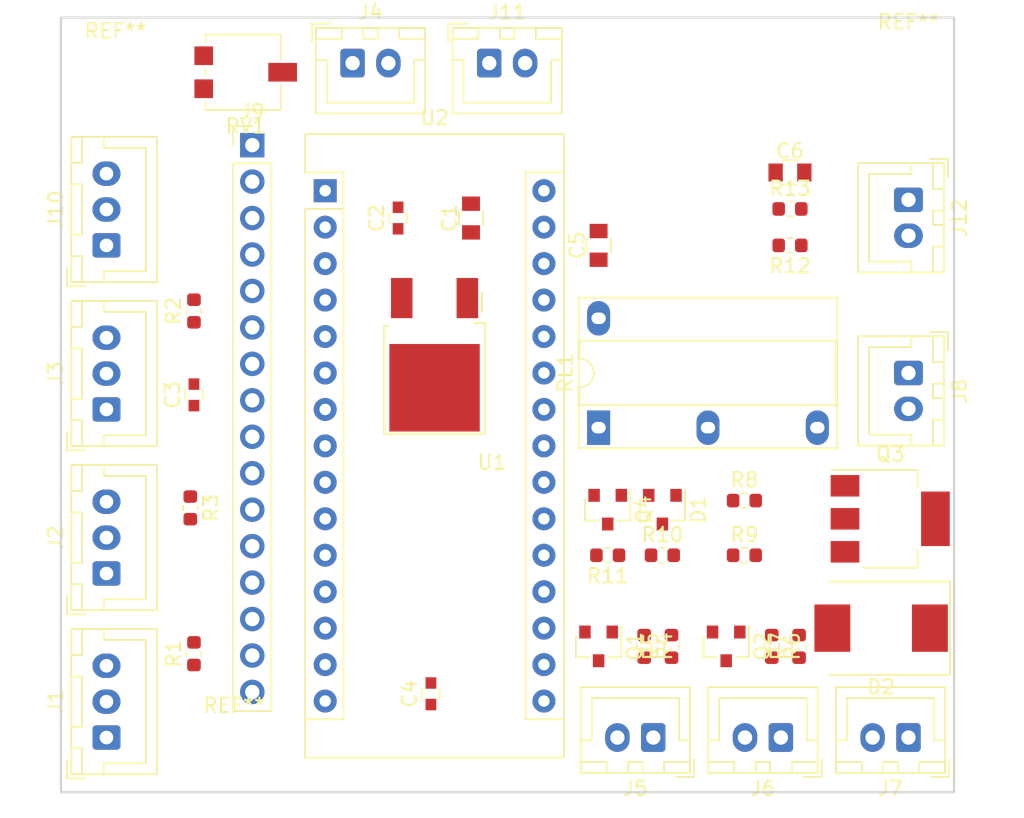
<source format=kicad_pcb>
(kicad_pcb (version 20171130) (host pcbnew 5.0.0-fee4fd1~66~ubuntu16.04.1)

  (general
    (thickness 1.6)
    (drawings 4)
    (tracks 0)
    (zones 0)
    (modules 44)
    (nets 33)
  )

  (page A4)
  (layers
    (0 F.Cu signal)
    (31 B.Cu signal)
    (32 B.Adhes user)
    (33 F.Adhes user)
    (34 B.Paste user)
    (35 F.Paste user)
    (36 B.SilkS user)
    (37 F.SilkS user)
    (38 B.Mask user)
    (39 F.Mask user)
    (40 Dwgs.User user)
    (41 Cmts.User user)
    (42 Eco1.User user)
    (43 Eco2.User user)
    (44 Edge.Cuts user)
    (45 Margin user)
    (46 B.CrtYd user)
    (47 F.CrtYd user)
    (48 B.Fab user)
    (49 F.Fab user)
  )

  (setup
    (last_trace_width 0.25)
    (trace_clearance 0.2)
    (zone_clearance 0.508)
    (zone_45_only no)
    (trace_min 0.2)
    (segment_width 0.2)
    (edge_width 0.15)
    (via_size 0.8)
    (via_drill 0.4)
    (via_min_size 0.4)
    (via_min_drill 0.3)
    (uvia_size 0.3)
    (uvia_drill 0.1)
    (uvias_allowed no)
    (uvia_min_size 0.2)
    (uvia_min_drill 0.1)
    (pcb_text_width 0.3)
    (pcb_text_size 1.5 1.5)
    (mod_edge_width 0.15)
    (mod_text_size 1 1)
    (mod_text_width 0.15)
    (pad_size 1.524 1.524)
    (pad_drill 0.762)
    (pad_to_mask_clearance 0.2)
    (aux_axis_origin 0 0)
    (visible_elements FFFFFF7F)
    (pcbplotparams
      (layerselection 0x010fc_ffffffff)
      (usegerberextensions false)
      (usegerberattributes false)
      (usegerberadvancedattributes false)
      (creategerberjobfile false)
      (excludeedgelayer true)
      (linewidth 0.100000)
      (plotframeref false)
      (viasonmask false)
      (mode 1)
      (useauxorigin false)
      (hpglpennumber 1)
      (hpglpenspeed 20)
      (hpglpendiameter 15.000000)
      (psnegative false)
      (psa4output false)
      (plotreference true)
      (plotvalue true)
      (plotinvisibletext false)
      (padsonsilk false)
      (subtractmaskfromsilk false)
      (outputformat 1)
      (mirror false)
      (drillshape 1)
      (scaleselection 1)
      (outputdirectory ""))
  )

  (net 0 "")
  (net 1 GND)
  (net 2 +12V)
  (net 3 +5V)
  (net 4 "Net-(C3-Pad2)")
  (net 5 "Net-(C6-Pad1)")
  (net 6 "Net-(D2-Pad1)")
  (net 7 D10)
  (net 8 D9)
  (net 9 A2)
  (net 10 A0)
  (net 11 D11)
  (net 12 A1)
  (net 13 "Net-(Q4-Pad1)")
  (net 14 D2)
  (net 15 "Net-(J9-Pad14)")
  (net 16 "Net-(J9-Pad13)")
  (net 17 "Net-(J9-Pad12)")
  (net 18 "Net-(J9-Pad11)")
  (net 19 "Net-(J9-Pad6)")
  (net 20 "Net-(J9-Pad4)")
  (net 21 TX)
  (net 22 RX)
  (net 23 D12)
  (net 24 "Net-(D1-Pad1)")
  (net 25 "Net-(J5-Pad2)")
  (net 26 "Net-(J6-Pad1)")
  (net 27 "Net-(J9-Pad3)")
  (net 28 "Net-(Q1-Pad1)")
  (net 29 "Net-(Q2-Pad1)")
  (net 30 "Net-(Q3-Pad1)")
  (net 31 "Net-(J8-Pad2)")
  (net 32 "Net-(J8-Pad1)")

  (net_class Default "This is the default net class."
    (clearance 0.2)
    (trace_width 0.25)
    (via_dia 0.8)
    (via_drill 0.4)
    (uvia_dia 0.3)
    (uvia_drill 0.1)
    (add_net +12V)
    (add_net +5V)
    (add_net A0)
    (add_net A1)
    (add_net A2)
    (add_net D10)
    (add_net D11)
    (add_net D12)
    (add_net D2)
    (add_net D9)
    (add_net GND)
    (add_net "Net-(C3-Pad2)")
    (add_net "Net-(C6-Pad1)")
    (add_net "Net-(D1-Pad1)")
    (add_net "Net-(D2-Pad1)")
    (add_net "Net-(J5-Pad2)")
    (add_net "Net-(J6-Pad1)")
    (add_net "Net-(J8-Pad1)")
    (add_net "Net-(J8-Pad2)")
    (add_net "Net-(J9-Pad11)")
    (add_net "Net-(J9-Pad12)")
    (add_net "Net-(J9-Pad13)")
    (add_net "Net-(J9-Pad14)")
    (add_net "Net-(J9-Pad3)")
    (add_net "Net-(J9-Pad4)")
    (add_net "Net-(J9-Pad6)")
    (add_net "Net-(Q1-Pad1)")
    (add_net "Net-(Q2-Pad1)")
    (add_net "Net-(Q3-Pad1)")
    (add_net "Net-(Q4-Pad1)")
    (add_net RX)
    (add_net TX)
  )

  (module Capacitors_SMD:C_0805 (layer F.Cu) (tedit 58AA8463) (tstamp 5BCA3FFB)
    (at 208.28 62.865 90)
    (descr "Capacitor SMD 0805, reflow soldering, AVX (see smccp.pdf)")
    (tags "capacitor 0805")
    (path /582F7A72)
    (attr smd)
    (fp_text reference C1 (at 0 -1.5 90) (layer F.SilkS)
      (effects (font (size 1 1) (thickness 0.15)))
    )
    (fp_text value 10u (at 0 1.75 90) (layer F.Fab)
      (effects (font (size 1 1) (thickness 0.15)))
    )
    (fp_line (start 1.75 0.87) (end -1.75 0.87) (layer F.CrtYd) (width 0.05))
    (fp_line (start 1.75 0.87) (end 1.75 -0.88) (layer F.CrtYd) (width 0.05))
    (fp_line (start -1.75 -0.88) (end -1.75 0.87) (layer F.CrtYd) (width 0.05))
    (fp_line (start -1.75 -0.88) (end 1.75 -0.88) (layer F.CrtYd) (width 0.05))
    (fp_line (start -0.5 0.85) (end 0.5 0.85) (layer F.SilkS) (width 0.12))
    (fp_line (start 0.5 -0.85) (end -0.5 -0.85) (layer F.SilkS) (width 0.12))
    (fp_line (start -1 -0.62) (end 1 -0.62) (layer F.Fab) (width 0.1))
    (fp_line (start 1 -0.62) (end 1 0.62) (layer F.Fab) (width 0.1))
    (fp_line (start 1 0.62) (end -1 0.62) (layer F.Fab) (width 0.1))
    (fp_line (start -1 0.62) (end -1 -0.62) (layer F.Fab) (width 0.1))
    (fp_text user %R (at 0 -1.5 90) (layer F.Fab)
      (effects (font (size 1 1) (thickness 0.15)))
    )
    (pad 2 smd rect (at 1 0 90) (size 1 1.25) (layers F.Cu F.Paste F.Mask)
      (net 1 GND))
    (pad 1 smd rect (at -1 0 90) (size 1 1.25) (layers F.Cu F.Paste F.Mask)
      (net 2 +12V))
    (model Capacitors_SMD.3dshapes/C_0805.wrl
      (at (xyz 0 0 0))
      (scale (xyz 1 1 1))
      (rotate (xyz 0 0 0))
    )
  )

  (module Capacitors_SMD:C_0603 (layer F.Cu) (tedit 59958EE7) (tstamp 5BCA3DFD)
    (at 203.2 62.865 90)
    (descr "Capacitor SMD 0603, reflow soldering, AVX (see smccp.pdf)")
    (tags "capacitor 0603")
    (path /582F7BB5)
    (attr smd)
    (fp_text reference C2 (at 0 -1.5 90) (layer F.SilkS)
      (effects (font (size 1 1) (thickness 0.15)))
    )
    (fp_text value 100n (at 0 1.5 90) (layer F.Fab)
      (effects (font (size 1 1) (thickness 0.15)))
    )
    (fp_text user %R (at 0 0 90) (layer F.Fab)
      (effects (font (size 0.3 0.3) (thickness 0.075)))
    )
    (fp_line (start -0.8 0.4) (end -0.8 -0.4) (layer F.Fab) (width 0.1))
    (fp_line (start 0.8 0.4) (end -0.8 0.4) (layer F.Fab) (width 0.1))
    (fp_line (start 0.8 -0.4) (end 0.8 0.4) (layer F.Fab) (width 0.1))
    (fp_line (start -0.8 -0.4) (end 0.8 -0.4) (layer F.Fab) (width 0.1))
    (fp_line (start -0.35 -0.6) (end 0.35 -0.6) (layer F.SilkS) (width 0.12))
    (fp_line (start 0.35 0.6) (end -0.35 0.6) (layer F.SilkS) (width 0.12))
    (fp_line (start -1.4 -0.65) (end 1.4 -0.65) (layer F.CrtYd) (width 0.05))
    (fp_line (start -1.4 -0.65) (end -1.4 0.65) (layer F.CrtYd) (width 0.05))
    (fp_line (start 1.4 0.65) (end 1.4 -0.65) (layer F.CrtYd) (width 0.05))
    (fp_line (start 1.4 0.65) (end -1.4 0.65) (layer F.CrtYd) (width 0.05))
    (pad 1 smd rect (at -0.75 0 90) (size 0.8 0.75) (layers F.Cu F.Paste F.Mask)
      (net 3 +5V))
    (pad 2 smd rect (at 0.75 0 90) (size 0.8 0.75) (layers F.Cu F.Paste F.Mask)
      (net 1 GND))
    (model Capacitors_SMD.3dshapes/C_0603.wrl
      (at (xyz 0 0 0))
      (scale (xyz 1 1 1))
      (rotate (xyz 0 0 0))
    )
  )

  (module Capacitors_SMD:C_0603 (layer F.Cu) (tedit 59958EE7) (tstamp 5BCA3D25)
    (at 188.976 75.184 90)
    (descr "Capacitor SMD 0603, reflow soldering, AVX (see smccp.pdf)")
    (tags "capacitor 0603")
    (path /58D2F1CA)
    (attr smd)
    (fp_text reference C3 (at 0 -1.5 90) (layer F.SilkS)
      (effects (font (size 1 1) (thickness 0.15)))
    )
    (fp_text value 100n (at 0 1.5 90) (layer F.Fab)
      (effects (font (size 1 1) (thickness 0.15)))
    )
    (fp_text user %R (at 0 0 90) (layer F.Fab)
      (effects (font (size 0.3 0.3) (thickness 0.075)))
    )
    (fp_line (start -0.8 0.4) (end -0.8 -0.4) (layer F.Fab) (width 0.1))
    (fp_line (start 0.8 0.4) (end -0.8 0.4) (layer F.Fab) (width 0.1))
    (fp_line (start 0.8 -0.4) (end 0.8 0.4) (layer F.Fab) (width 0.1))
    (fp_line (start -0.8 -0.4) (end 0.8 -0.4) (layer F.Fab) (width 0.1))
    (fp_line (start -0.35 -0.6) (end 0.35 -0.6) (layer F.SilkS) (width 0.12))
    (fp_line (start 0.35 0.6) (end -0.35 0.6) (layer F.SilkS) (width 0.12))
    (fp_line (start -1.4 -0.65) (end 1.4 -0.65) (layer F.CrtYd) (width 0.05))
    (fp_line (start -1.4 -0.65) (end -1.4 0.65) (layer F.CrtYd) (width 0.05))
    (fp_line (start 1.4 0.65) (end 1.4 -0.65) (layer F.CrtYd) (width 0.05))
    (fp_line (start 1.4 0.65) (end -1.4 0.65) (layer F.CrtYd) (width 0.05))
    (pad 1 smd rect (at -0.75 0 90) (size 0.8 0.75) (layers F.Cu F.Paste F.Mask)
      (net 1 GND))
    (pad 2 smd rect (at 0.75 0 90) (size 0.8 0.75) (layers F.Cu F.Paste F.Mask)
      (net 4 "Net-(C3-Pad2)"))
    (model Capacitors_SMD.3dshapes/C_0603.wrl
      (at (xyz 0 0 0))
      (scale (xyz 1 1 1))
      (rotate (xyz 0 0 0))
    )
  )

  (module Capacitors_SMD:C_0603 (layer F.Cu) (tedit 59958EE7) (tstamp 5BCA3689)
    (at 205.486 96.012 90)
    (descr "Capacitor SMD 0603, reflow soldering, AVX (see smccp.pdf)")
    (tags "capacitor 0603")
    (path /5BD50FC7)
    (attr smd)
    (fp_text reference C4 (at 0 -1.5 90) (layer F.SilkS)
      (effects (font (size 1 1) (thickness 0.15)))
    )
    (fp_text value 100n (at 0 1.5 90) (layer F.Fab)
      (effects (font (size 1 1) (thickness 0.15)))
    )
    (fp_line (start 1.4 0.65) (end -1.4 0.65) (layer F.CrtYd) (width 0.05))
    (fp_line (start 1.4 0.65) (end 1.4 -0.65) (layer F.CrtYd) (width 0.05))
    (fp_line (start -1.4 -0.65) (end -1.4 0.65) (layer F.CrtYd) (width 0.05))
    (fp_line (start -1.4 -0.65) (end 1.4 -0.65) (layer F.CrtYd) (width 0.05))
    (fp_line (start 0.35 0.6) (end -0.35 0.6) (layer F.SilkS) (width 0.12))
    (fp_line (start -0.35 -0.6) (end 0.35 -0.6) (layer F.SilkS) (width 0.12))
    (fp_line (start -0.8 -0.4) (end 0.8 -0.4) (layer F.Fab) (width 0.1))
    (fp_line (start 0.8 -0.4) (end 0.8 0.4) (layer F.Fab) (width 0.1))
    (fp_line (start 0.8 0.4) (end -0.8 0.4) (layer F.Fab) (width 0.1))
    (fp_line (start -0.8 0.4) (end -0.8 -0.4) (layer F.Fab) (width 0.1))
    (fp_text user %R (at 0 0 90) (layer F.Fab)
      (effects (font (size 0.3 0.3) (thickness 0.075)))
    )
    (pad 2 smd rect (at 0.75 0 90) (size 0.8 0.75) (layers F.Cu F.Paste F.Mask)
      (net 3 +5V))
    (pad 1 smd rect (at -0.75 0 90) (size 0.8 0.75) (layers F.Cu F.Paste F.Mask)
      (net 1 GND))
    (model Capacitors_SMD.3dshapes/C_0603.wrl
      (at (xyz 0 0 0))
      (scale (xyz 1 1 1))
      (rotate (xyz 0 0 0))
    )
  )

  (module Capacitors_SMD:C_0805 (layer F.Cu) (tedit 58AA8463) (tstamp 5BCA3659)
    (at 217.17 64.77 90)
    (descr "Capacitor SMD 0805, reflow soldering, AVX (see smccp.pdf)")
    (tags "capacitor 0805")
    (path /5BC9E84C)
    (attr smd)
    (fp_text reference C5 (at 0 -1.5 90) (layer F.SilkS)
      (effects (font (size 1 1) (thickness 0.15)))
    )
    (fp_text value 10u (at 0 1.75 90) (layer F.Fab)
      (effects (font (size 1 1) (thickness 0.15)))
    )
    (fp_line (start 1.75 0.87) (end -1.75 0.87) (layer F.CrtYd) (width 0.05))
    (fp_line (start 1.75 0.87) (end 1.75 -0.88) (layer F.CrtYd) (width 0.05))
    (fp_line (start -1.75 -0.88) (end -1.75 0.87) (layer F.CrtYd) (width 0.05))
    (fp_line (start -1.75 -0.88) (end 1.75 -0.88) (layer F.CrtYd) (width 0.05))
    (fp_line (start -0.5 0.85) (end 0.5 0.85) (layer F.SilkS) (width 0.12))
    (fp_line (start 0.5 -0.85) (end -0.5 -0.85) (layer F.SilkS) (width 0.12))
    (fp_line (start -1 -0.62) (end 1 -0.62) (layer F.Fab) (width 0.1))
    (fp_line (start 1 -0.62) (end 1 0.62) (layer F.Fab) (width 0.1))
    (fp_line (start 1 0.62) (end -1 0.62) (layer F.Fab) (width 0.1))
    (fp_line (start -1 0.62) (end -1 -0.62) (layer F.Fab) (width 0.1))
    (fp_text user %R (at 0 -1.5 90) (layer F.Fab)
      (effects (font (size 1 1) (thickness 0.15)))
    )
    (pad 2 smd rect (at 1 0 90) (size 1 1.25) (layers F.Cu F.Paste F.Mask)
      (net 1 GND))
    (pad 1 smd rect (at -1 0 90) (size 1 1.25) (layers F.Cu F.Paste F.Mask)
      (net 3 +5V))
    (model Capacitors_SMD.3dshapes/C_0805.wrl
      (at (xyz 0 0 0))
      (scale (xyz 1 1 1))
      (rotate (xyz 0 0 0))
    )
  )

  (module Capacitors_SMD:C_0805 (layer F.Cu) (tedit 58AA8463) (tstamp 5BCA3DCD)
    (at 230.505 59.69)
    (descr "Capacitor SMD 0805, reflow soldering, AVX (see smccp.pdf)")
    (tags "capacitor 0805")
    (path /5BEA6AB7)
    (attr smd)
    (fp_text reference C6 (at 0 -1.5) (layer F.SilkS)
      (effects (font (size 1 1) (thickness 0.15)))
    )
    (fp_text value 10u (at 0 1.75) (layer F.Fab)
      (effects (font (size 1 1) (thickness 0.15)))
    )
    (fp_text user %R (at 0 -1.5) (layer F.Fab)
      (effects (font (size 1 1) (thickness 0.15)))
    )
    (fp_line (start -1 0.62) (end -1 -0.62) (layer F.Fab) (width 0.1))
    (fp_line (start 1 0.62) (end -1 0.62) (layer F.Fab) (width 0.1))
    (fp_line (start 1 -0.62) (end 1 0.62) (layer F.Fab) (width 0.1))
    (fp_line (start -1 -0.62) (end 1 -0.62) (layer F.Fab) (width 0.1))
    (fp_line (start 0.5 -0.85) (end -0.5 -0.85) (layer F.SilkS) (width 0.12))
    (fp_line (start -0.5 0.85) (end 0.5 0.85) (layer F.SilkS) (width 0.12))
    (fp_line (start -1.75 -0.88) (end 1.75 -0.88) (layer F.CrtYd) (width 0.05))
    (fp_line (start -1.75 -0.88) (end -1.75 0.87) (layer F.CrtYd) (width 0.05))
    (fp_line (start 1.75 0.87) (end 1.75 -0.88) (layer F.CrtYd) (width 0.05))
    (fp_line (start 1.75 0.87) (end -1.75 0.87) (layer F.CrtYd) (width 0.05))
    (pad 1 smd rect (at -1 0) (size 1 1.25) (layers F.Cu F.Paste F.Mask)
      (net 5 "Net-(C6-Pad1)"))
    (pad 2 smd rect (at 1 0) (size 1 1.25) (layers F.Cu F.Paste F.Mask)
      (net 1 GND))
    (model Capacitors_SMD.3dshapes/C_0805.wrl
      (at (xyz 0 0 0))
      (scale (xyz 1 1 1))
      (rotate (xyz 0 0 0))
    )
  )

  (module Diodes_SMD:D_SMC (layer F.Cu) (tedit 5864295D) (tstamp 5BCA3C4E)
    (at 236.855 91.44 180)
    (descr "Diode SMC (DO-214AB)")
    (tags "Diode SMC (DO-214AB)")
    (path /5BE4C9BC)
    (attr smd)
    (fp_text reference D2 (at 0 -4.1 180) (layer F.SilkS)
      (effects (font (size 1 1) (thickness 0.15)))
    )
    (fp_text value SS34 (at 0 4.2 180) (layer F.Fab)
      (effects (font (size 1 1) (thickness 0.15)))
    )
    (fp_line (start -4.8 -3.25) (end 3.6 -3.25) (layer F.SilkS) (width 0.12))
    (fp_line (start -4.8 3.25) (end 3.6 3.25) (layer F.SilkS) (width 0.12))
    (fp_line (start -0.64944 0.00102) (end 0.50118 -0.79908) (layer F.Fab) (width 0.1))
    (fp_line (start -0.64944 0.00102) (end 0.50118 0.75032) (layer F.Fab) (width 0.1))
    (fp_line (start 0.50118 0.75032) (end 0.50118 -0.79908) (layer F.Fab) (width 0.1))
    (fp_line (start -0.64944 -0.79908) (end -0.64944 0.80112) (layer F.Fab) (width 0.1))
    (fp_line (start 0.50118 0.00102) (end 1.4994 0.00102) (layer F.Fab) (width 0.1))
    (fp_line (start -0.64944 0.00102) (end -1.55114 0.00102) (layer F.Fab) (width 0.1))
    (fp_line (start -4.9 3.35) (end -4.9 -3.35) (layer F.CrtYd) (width 0.05))
    (fp_line (start 4.9 3.35) (end -4.9 3.35) (layer F.CrtYd) (width 0.05))
    (fp_line (start 4.9 -3.35) (end 4.9 3.35) (layer F.CrtYd) (width 0.05))
    (fp_line (start -4.9 -3.35) (end 4.9 -3.35) (layer F.CrtYd) (width 0.05))
    (fp_line (start 3.55 -3.1) (end -3.55 -3.1) (layer F.Fab) (width 0.1))
    (fp_line (start 3.55 -3.1) (end 3.55 3.1) (layer F.Fab) (width 0.1))
    (fp_line (start -3.55 3.1) (end -3.55 -3.1) (layer F.Fab) (width 0.1))
    (fp_line (start 3.55 3.1) (end -3.55 3.1) (layer F.Fab) (width 0.1))
    (fp_line (start -4.8 3.25) (end -4.8 -3.25) (layer F.SilkS) (width 0.12))
    (fp_text user %R (at 0 -1.9 180) (layer F.Fab)
      (effects (font (size 1 1) (thickness 0.15)))
    )
    (pad 2 smd rect (at 3.4 0 270) (size 3.3 2.5) (layers F.Cu F.Paste F.Mask)
      (net 2 +12V))
    (pad 1 smd rect (at -3.4 0 270) (size 3.3 2.5) (layers F.Cu F.Paste F.Mask)
      (net 6 "Net-(D2-Pad1)"))
    (model ${KISYS3DMOD}/Diodes_SMD.3dshapes/D_SMC.wrl
      (at (xyz 0 0 0))
      (scale (xyz 1 1 1))
      (rotate (xyz 0 0 0))
    )
  )

  (module Module:Arduino_Nano (layer F.Cu) (tedit 58ACAF70) (tstamp 5BCA6205)
    (at 198.12 60.96)
    (descr "Arduino Nano, http://www.mouser.com/pdfdocs/Gravitech_Arduino_Nano3_0.pdf")
    (tags "Arduino Nano")
    (path /5BCA896C)
    (fp_text reference U2 (at 7.62 -5.08) (layer F.SilkS)
      (effects (font (size 1 1) (thickness 0.15)))
    )
    (fp_text value Arduino_Nano_v3.x (at 8.89 19.05 90) (layer F.Fab)
      (effects (font (size 1 1) (thickness 0.15)))
    )
    (fp_text user %R (at 6.35 19.05 90) (layer F.Fab)
      (effects (font (size 1 1) (thickness 0.15)))
    )
    (fp_line (start 1.27 1.27) (end 1.27 -1.27) (layer F.SilkS) (width 0.12))
    (fp_line (start 1.27 -1.27) (end -1.4 -1.27) (layer F.SilkS) (width 0.12))
    (fp_line (start -1.4 1.27) (end -1.4 39.5) (layer F.SilkS) (width 0.12))
    (fp_line (start -1.4 -3.94) (end -1.4 -1.27) (layer F.SilkS) (width 0.12))
    (fp_line (start 13.97 -1.27) (end 16.64 -1.27) (layer F.SilkS) (width 0.12))
    (fp_line (start 13.97 -1.27) (end 13.97 36.83) (layer F.SilkS) (width 0.12))
    (fp_line (start 13.97 36.83) (end 16.64 36.83) (layer F.SilkS) (width 0.12))
    (fp_line (start 1.27 1.27) (end -1.4 1.27) (layer F.SilkS) (width 0.12))
    (fp_line (start 1.27 1.27) (end 1.27 36.83) (layer F.SilkS) (width 0.12))
    (fp_line (start 1.27 36.83) (end -1.4 36.83) (layer F.SilkS) (width 0.12))
    (fp_line (start 3.81 31.75) (end 11.43 31.75) (layer F.Fab) (width 0.1))
    (fp_line (start 11.43 31.75) (end 11.43 41.91) (layer F.Fab) (width 0.1))
    (fp_line (start 11.43 41.91) (end 3.81 41.91) (layer F.Fab) (width 0.1))
    (fp_line (start 3.81 41.91) (end 3.81 31.75) (layer F.Fab) (width 0.1))
    (fp_line (start -1.4 39.5) (end 16.64 39.5) (layer F.SilkS) (width 0.12))
    (fp_line (start 16.64 39.5) (end 16.64 -3.94) (layer F.SilkS) (width 0.12))
    (fp_line (start 16.64 -3.94) (end -1.4 -3.94) (layer F.SilkS) (width 0.12))
    (fp_line (start 16.51 39.37) (end -1.27 39.37) (layer F.Fab) (width 0.1))
    (fp_line (start -1.27 39.37) (end -1.27 -2.54) (layer F.Fab) (width 0.1))
    (fp_line (start -1.27 -2.54) (end 0 -3.81) (layer F.Fab) (width 0.1))
    (fp_line (start 0 -3.81) (end 16.51 -3.81) (layer F.Fab) (width 0.1))
    (fp_line (start 16.51 -3.81) (end 16.51 39.37) (layer F.Fab) (width 0.1))
    (fp_line (start -1.53 -4.06) (end 16.75 -4.06) (layer F.CrtYd) (width 0.05))
    (fp_line (start -1.53 -4.06) (end -1.53 42.16) (layer F.CrtYd) (width 0.05))
    (fp_line (start 16.75 42.16) (end 16.75 -4.06) (layer F.CrtYd) (width 0.05))
    (fp_line (start 16.75 42.16) (end -1.53 42.16) (layer F.CrtYd) (width 0.05))
    (pad 1 thru_hole rect (at 0 0) (size 1.6 1.6) (drill 0.8) (layers *.Cu *.Mask)
      (net 21 TX))
    (pad 17 thru_hole oval (at 15.24 33.02) (size 1.6 1.6) (drill 0.8) (layers *.Cu *.Mask))
    (pad 2 thru_hole oval (at 0 2.54) (size 1.6 1.6) (drill 0.8) (layers *.Cu *.Mask)
      (net 22 RX))
    (pad 18 thru_hole oval (at 15.24 30.48) (size 1.6 1.6) (drill 0.8) (layers *.Cu *.Mask))
    (pad 3 thru_hole oval (at 0 5.08) (size 1.6 1.6) (drill 0.8) (layers *.Cu *.Mask))
    (pad 19 thru_hole oval (at 15.24 27.94) (size 1.6 1.6) (drill 0.8) (layers *.Cu *.Mask)
      (net 10 A0))
    (pad 4 thru_hole oval (at 0 7.62) (size 1.6 1.6) (drill 0.8) (layers *.Cu *.Mask)
      (net 1 GND))
    (pad 20 thru_hole oval (at 15.24 25.4) (size 1.6 1.6) (drill 0.8) (layers *.Cu *.Mask)
      (net 12 A1))
    (pad 5 thru_hole oval (at 0 10.16) (size 1.6 1.6) (drill 0.8) (layers *.Cu *.Mask)
      (net 14 D2))
    (pad 21 thru_hole oval (at 15.24 22.86) (size 1.6 1.6) (drill 0.8) (layers *.Cu *.Mask)
      (net 9 A2))
    (pad 6 thru_hole oval (at 0 12.7) (size 1.6 1.6) (drill 0.8) (layers *.Cu *.Mask)
      (net 19 "Net-(J9-Pad6)"))
    (pad 22 thru_hole oval (at 15.24 20.32) (size 1.6 1.6) (drill 0.8) (layers *.Cu *.Mask))
    (pad 7 thru_hole oval (at 0 15.24) (size 1.6 1.6) (drill 0.8) (layers *.Cu *.Mask)
      (net 18 "Net-(J9-Pad11)"))
    (pad 23 thru_hole oval (at 15.24 17.78) (size 1.6 1.6) (drill 0.8) (layers *.Cu *.Mask))
    (pad 8 thru_hole oval (at 0 17.78) (size 1.6 1.6) (drill 0.8) (layers *.Cu *.Mask)
      (net 17 "Net-(J9-Pad12)"))
    (pad 24 thru_hole oval (at 15.24 15.24) (size 1.6 1.6) (drill 0.8) (layers *.Cu *.Mask))
    (pad 9 thru_hole oval (at 0 20.32) (size 1.6 1.6) (drill 0.8) (layers *.Cu *.Mask)
      (net 16 "Net-(J9-Pad13)"))
    (pad 25 thru_hole oval (at 15.24 12.7) (size 1.6 1.6) (drill 0.8) (layers *.Cu *.Mask))
    (pad 10 thru_hole oval (at 0 22.86) (size 1.6 1.6) (drill 0.8) (layers *.Cu *.Mask)
      (net 15 "Net-(J9-Pad14)"))
    (pad 26 thru_hole oval (at 15.24 10.16) (size 1.6 1.6) (drill 0.8) (layers *.Cu *.Mask))
    (pad 11 thru_hole oval (at 0 25.4) (size 1.6 1.6) (drill 0.8) (layers *.Cu *.Mask)
      (net 20 "Net-(J9-Pad4)"))
    (pad 27 thru_hole oval (at 15.24 7.62) (size 1.6 1.6) (drill 0.8) (layers *.Cu *.Mask)
      (net 3 +5V))
    (pad 12 thru_hole oval (at 0 27.94) (size 1.6 1.6) (drill 0.8) (layers *.Cu *.Mask)
      (net 8 D9))
    (pad 28 thru_hole oval (at 15.24 5.08) (size 1.6 1.6) (drill 0.8) (layers *.Cu *.Mask))
    (pad 13 thru_hole oval (at 0 30.48) (size 1.6 1.6) (drill 0.8) (layers *.Cu *.Mask)
      (net 7 D10))
    (pad 29 thru_hole oval (at 15.24 2.54) (size 1.6 1.6) (drill 0.8) (layers *.Cu *.Mask)
      (net 1 GND))
    (pad 14 thru_hole oval (at 0 33.02) (size 1.6 1.6) (drill 0.8) (layers *.Cu *.Mask)
      (net 11 D11))
    (pad 30 thru_hole oval (at 15.24 0) (size 1.6 1.6) (drill 0.8) (layers *.Cu *.Mask))
    (pad 15 thru_hole oval (at 0 35.56) (size 1.6 1.6) (drill 0.8) (layers *.Cu *.Mask)
      (net 23 D12))
    (pad 16 thru_hole oval (at 15.24 35.56) (size 1.6 1.6) (drill 0.8) (layers *.Cu *.Mask))
    (model ${KISYS3DMOD}/Module.3dshapes/Arduino_Nano_WithMountingHoles.wrl
      (at (xyz 0 0 0))
      (scale (xyz 1 1 1))
      (rotate (xyz 0 0 0))
    )
  )

  (module Package_TO_SOT_SMD:SOT-23 (layer F.Cu) (tedit 5A02FF57) (tstamp 5BCCF76A)
    (at 221.615 83.185 270)
    (descr "SOT-23, Standard")
    (tags SOT-23)
    (path /5BCA2F25)
    (attr smd)
    (fp_text reference D1 (at 0 -2.5 270) (layer F.SilkS)
      (effects (font (size 1 1) (thickness 0.15)))
    )
    (fp_text value BAT54 (at 0 2.5 270) (layer F.Fab)
      (effects (font (size 1 1) (thickness 0.15)))
    )
    (fp_line (start 0.76 1.58) (end -0.7 1.58) (layer F.SilkS) (width 0.12))
    (fp_line (start 0.76 -1.58) (end -1.4 -1.58) (layer F.SilkS) (width 0.12))
    (fp_line (start -1.7 1.75) (end -1.7 -1.75) (layer F.CrtYd) (width 0.05))
    (fp_line (start 1.7 1.75) (end -1.7 1.75) (layer F.CrtYd) (width 0.05))
    (fp_line (start 1.7 -1.75) (end 1.7 1.75) (layer F.CrtYd) (width 0.05))
    (fp_line (start -1.7 -1.75) (end 1.7 -1.75) (layer F.CrtYd) (width 0.05))
    (fp_line (start 0.76 -1.58) (end 0.76 -0.65) (layer F.SilkS) (width 0.12))
    (fp_line (start 0.76 1.58) (end 0.76 0.65) (layer F.SilkS) (width 0.12))
    (fp_line (start -0.7 1.52) (end 0.7 1.52) (layer F.Fab) (width 0.1))
    (fp_line (start 0.7 -1.52) (end 0.7 1.52) (layer F.Fab) (width 0.1))
    (fp_line (start -0.7 -0.95) (end -0.15 -1.52) (layer F.Fab) (width 0.1))
    (fp_line (start -0.15 -1.52) (end 0.7 -1.52) (layer F.Fab) (width 0.1))
    (fp_line (start -0.7 -0.95) (end -0.7 1.5) (layer F.Fab) (width 0.1))
    (fp_text user %R (at 0 0) (layer F.Fab)
      (effects (font (size 0.5 0.5) (thickness 0.075)))
    )
    (pad 3 smd rect (at 1 0 270) (size 0.9 0.8) (layers F.Cu F.Paste F.Mask)
      (net 3 +5V))
    (pad 2 smd rect (at -1 0.95 270) (size 0.9 0.8) (layers F.Cu F.Paste F.Mask))
    (pad 1 smd rect (at -1 -0.95 270) (size 0.9 0.8) (layers F.Cu F.Paste F.Mask)
      (net 24 "Net-(D1-Pad1)"))
    (model ${KISYS3DMOD}/Package_TO_SOT_SMD.3dshapes/SOT-23.wrl
      (at (xyz 0 0 0))
      (scale (xyz 1 1 1))
      (rotate (xyz 0 0 0))
    )
  )

  (module Connector_JST:JST_XH_B03B-XH-A_1x03_P2.50mm_Vertical (layer F.Cu) (tedit 5B7754C5) (tstamp 5BCCF76B)
    (at 182.88 99.06 90)
    (descr "JST XH series connector, B03B-XH-A (http://www.jst-mfg.com/product/pdf/eng/eXH.pdf), generated with kicad-footprint-generator")
    (tags "connector JST XH side entry")
    (path /58D1963E)
    (fp_text reference J1 (at 2.5 -3.55 90) (layer F.SilkS)
      (effects (font (size 1 1) (thickness 0.15)))
    )
    (fp_text value CONN_01X03 (at 2.5 4.6 90) (layer F.Fab)
      (effects (font (size 1 1) (thickness 0.15)))
    )
    (fp_text user %R (at 2.5 2.7 90) (layer F.Fab)
      (effects (font (size 1 1) (thickness 0.15)))
    )
    (fp_line (start -2.85 -2.75) (end -2.85 -1.5) (layer F.SilkS) (width 0.12))
    (fp_line (start -1.6 -2.75) (end -2.85 -2.75) (layer F.SilkS) (width 0.12))
    (fp_line (start 6.8 2.75) (end 2.5 2.75) (layer F.SilkS) (width 0.12))
    (fp_line (start 6.8 -0.2) (end 6.8 2.75) (layer F.SilkS) (width 0.12))
    (fp_line (start 7.55 -0.2) (end 6.8 -0.2) (layer F.SilkS) (width 0.12))
    (fp_line (start -1.8 2.75) (end 2.5 2.75) (layer F.SilkS) (width 0.12))
    (fp_line (start -1.8 -0.2) (end -1.8 2.75) (layer F.SilkS) (width 0.12))
    (fp_line (start -2.55 -0.2) (end -1.8 -0.2) (layer F.SilkS) (width 0.12))
    (fp_line (start 7.55 -2.45) (end 5.75 -2.45) (layer F.SilkS) (width 0.12))
    (fp_line (start 7.55 -1.7) (end 7.55 -2.45) (layer F.SilkS) (width 0.12))
    (fp_line (start 5.75 -1.7) (end 7.55 -1.7) (layer F.SilkS) (width 0.12))
    (fp_line (start 5.75 -2.45) (end 5.75 -1.7) (layer F.SilkS) (width 0.12))
    (fp_line (start -0.75 -2.45) (end -2.55 -2.45) (layer F.SilkS) (width 0.12))
    (fp_line (start -0.75 -1.7) (end -0.75 -2.45) (layer F.SilkS) (width 0.12))
    (fp_line (start -2.55 -1.7) (end -0.75 -1.7) (layer F.SilkS) (width 0.12))
    (fp_line (start -2.55 -2.45) (end -2.55 -1.7) (layer F.SilkS) (width 0.12))
    (fp_line (start 4.25 -2.45) (end 0.75 -2.45) (layer F.SilkS) (width 0.12))
    (fp_line (start 4.25 -1.7) (end 4.25 -2.45) (layer F.SilkS) (width 0.12))
    (fp_line (start 0.75 -1.7) (end 4.25 -1.7) (layer F.SilkS) (width 0.12))
    (fp_line (start 0.75 -2.45) (end 0.75 -1.7) (layer F.SilkS) (width 0.12))
    (fp_line (start 0 -1.35) (end 0.625 -2.35) (layer F.Fab) (width 0.1))
    (fp_line (start -0.625 -2.35) (end 0 -1.35) (layer F.Fab) (width 0.1))
    (fp_line (start 7.95 -2.85) (end -2.95 -2.85) (layer F.CrtYd) (width 0.05))
    (fp_line (start 7.95 3.9) (end 7.95 -2.85) (layer F.CrtYd) (width 0.05))
    (fp_line (start -2.95 3.9) (end 7.95 3.9) (layer F.CrtYd) (width 0.05))
    (fp_line (start -2.95 -2.85) (end -2.95 3.9) (layer F.CrtYd) (width 0.05))
    (fp_line (start 7.56 -2.46) (end -2.56 -2.46) (layer F.SilkS) (width 0.12))
    (fp_line (start 7.56 3.51) (end 7.56 -2.46) (layer F.SilkS) (width 0.12))
    (fp_line (start -2.56 3.51) (end 7.56 3.51) (layer F.SilkS) (width 0.12))
    (fp_line (start -2.56 -2.46) (end -2.56 3.51) (layer F.SilkS) (width 0.12))
    (fp_line (start 7.45 -2.35) (end -2.45 -2.35) (layer F.Fab) (width 0.1))
    (fp_line (start 7.45 3.4) (end 7.45 -2.35) (layer F.Fab) (width 0.1))
    (fp_line (start -2.45 3.4) (end 7.45 3.4) (layer F.Fab) (width 0.1))
    (fp_line (start -2.45 -2.35) (end -2.45 3.4) (layer F.Fab) (width 0.1))
    (pad 3 thru_hole oval (at 5 0 90) (size 1.7 1.95) (drill 0.95) (layers *.Cu *.Mask)
      (net 4 "Net-(C3-Pad2)"))
    (pad 2 thru_hole oval (at 2.5 0 90) (size 1.7 1.95) (drill 0.95) (layers *.Cu *.Mask)
      (net 7 D10))
    (pad 1 thru_hole roundrect (at 0 0 90) (size 1.7 1.95) (drill 0.95) (layers *.Cu *.Mask) (roundrect_rratio 0.147059)
      (net 1 GND))
    (model ${KISYS3DMOD}/Connector_JST.3dshapes/JST_XH_B03B-XH-A_1x03_P2.50mm_Vertical.wrl
      (at (xyz 0 0 0))
      (scale (xyz 1 1 1))
      (rotate (xyz 0 0 0))
    )
  )

  (module Connector_JST:JST_XH_B03B-XH-A_1x03_P2.50mm_Vertical (layer F.Cu) (tedit 5B7754C5) (tstamp 5BCCF794)
    (at 182.88 87.63 90)
    (descr "JST XH series connector, B03B-XH-A (http://www.jst-mfg.com/product/pdf/eng/eXH.pdf), generated with kicad-footprint-generator")
    (tags "connector JST XH side entry")
    (path /58D196A3)
    (fp_text reference J2 (at 2.5 -3.55 90) (layer F.SilkS)
      (effects (font (size 1 1) (thickness 0.15)))
    )
    (fp_text value CONN_01X03 (at 2.5 4.6 90) (layer F.Fab)
      (effects (font (size 1 1) (thickness 0.15)))
    )
    (fp_line (start -2.45 -2.35) (end -2.45 3.4) (layer F.Fab) (width 0.1))
    (fp_line (start -2.45 3.4) (end 7.45 3.4) (layer F.Fab) (width 0.1))
    (fp_line (start 7.45 3.4) (end 7.45 -2.35) (layer F.Fab) (width 0.1))
    (fp_line (start 7.45 -2.35) (end -2.45 -2.35) (layer F.Fab) (width 0.1))
    (fp_line (start -2.56 -2.46) (end -2.56 3.51) (layer F.SilkS) (width 0.12))
    (fp_line (start -2.56 3.51) (end 7.56 3.51) (layer F.SilkS) (width 0.12))
    (fp_line (start 7.56 3.51) (end 7.56 -2.46) (layer F.SilkS) (width 0.12))
    (fp_line (start 7.56 -2.46) (end -2.56 -2.46) (layer F.SilkS) (width 0.12))
    (fp_line (start -2.95 -2.85) (end -2.95 3.9) (layer F.CrtYd) (width 0.05))
    (fp_line (start -2.95 3.9) (end 7.95 3.9) (layer F.CrtYd) (width 0.05))
    (fp_line (start 7.95 3.9) (end 7.95 -2.85) (layer F.CrtYd) (width 0.05))
    (fp_line (start 7.95 -2.85) (end -2.95 -2.85) (layer F.CrtYd) (width 0.05))
    (fp_line (start -0.625 -2.35) (end 0 -1.35) (layer F.Fab) (width 0.1))
    (fp_line (start 0 -1.35) (end 0.625 -2.35) (layer F.Fab) (width 0.1))
    (fp_line (start 0.75 -2.45) (end 0.75 -1.7) (layer F.SilkS) (width 0.12))
    (fp_line (start 0.75 -1.7) (end 4.25 -1.7) (layer F.SilkS) (width 0.12))
    (fp_line (start 4.25 -1.7) (end 4.25 -2.45) (layer F.SilkS) (width 0.12))
    (fp_line (start 4.25 -2.45) (end 0.75 -2.45) (layer F.SilkS) (width 0.12))
    (fp_line (start -2.55 -2.45) (end -2.55 -1.7) (layer F.SilkS) (width 0.12))
    (fp_line (start -2.55 -1.7) (end -0.75 -1.7) (layer F.SilkS) (width 0.12))
    (fp_line (start -0.75 -1.7) (end -0.75 -2.45) (layer F.SilkS) (width 0.12))
    (fp_line (start -0.75 -2.45) (end -2.55 -2.45) (layer F.SilkS) (width 0.12))
    (fp_line (start 5.75 -2.45) (end 5.75 -1.7) (layer F.SilkS) (width 0.12))
    (fp_line (start 5.75 -1.7) (end 7.55 -1.7) (layer F.SilkS) (width 0.12))
    (fp_line (start 7.55 -1.7) (end 7.55 -2.45) (layer F.SilkS) (width 0.12))
    (fp_line (start 7.55 -2.45) (end 5.75 -2.45) (layer F.SilkS) (width 0.12))
    (fp_line (start -2.55 -0.2) (end -1.8 -0.2) (layer F.SilkS) (width 0.12))
    (fp_line (start -1.8 -0.2) (end -1.8 2.75) (layer F.SilkS) (width 0.12))
    (fp_line (start -1.8 2.75) (end 2.5 2.75) (layer F.SilkS) (width 0.12))
    (fp_line (start 7.55 -0.2) (end 6.8 -0.2) (layer F.SilkS) (width 0.12))
    (fp_line (start 6.8 -0.2) (end 6.8 2.75) (layer F.SilkS) (width 0.12))
    (fp_line (start 6.8 2.75) (end 2.5 2.75) (layer F.SilkS) (width 0.12))
    (fp_line (start -1.6 -2.75) (end -2.85 -2.75) (layer F.SilkS) (width 0.12))
    (fp_line (start -2.85 -2.75) (end -2.85 -1.5) (layer F.SilkS) (width 0.12))
    (fp_text user %R (at 2.5 2.7 90) (layer F.Fab)
      (effects (font (size 1 1) (thickness 0.15)))
    )
    (pad 1 thru_hole roundrect (at 0 0 90) (size 1.7 1.95) (drill 0.95) (layers *.Cu *.Mask) (roundrect_rratio 0.147059)
      (net 1 GND))
    (pad 2 thru_hole oval (at 2.5 0 90) (size 1.7 1.95) (drill 0.95) (layers *.Cu *.Mask)
      (net 8 D9))
    (pad 3 thru_hole oval (at 5 0 90) (size 1.7 1.95) (drill 0.95) (layers *.Cu *.Mask)
      (net 4 "Net-(C3-Pad2)"))
    (model ${KISYS3DMOD}/Connector_JST.3dshapes/JST_XH_B03B-XH-A_1x03_P2.50mm_Vertical.wrl
      (at (xyz 0 0 0))
      (scale (xyz 1 1 1))
      (rotate (xyz 0 0 0))
    )
  )

  (module Connector_JST:JST_XH_B03B-XH-A_1x03_P2.50mm_Vertical (layer F.Cu) (tedit 5B7754C5) (tstamp 5BCCF7BD)
    (at 182.88 76.2 90)
    (descr "JST XH series connector, B03B-XH-A (http://www.jst-mfg.com/product/pdf/eng/eXH.pdf), generated with kicad-footprint-generator")
    (tags "connector JST XH side entry")
    (path /58D196DC)
    (fp_text reference J3 (at 2.5 -3.55 90) (layer F.SilkS)
      (effects (font (size 1 1) (thickness 0.15)))
    )
    (fp_text value CONN_01X03 (at 2.5 4.6 90) (layer F.Fab)
      (effects (font (size 1 1) (thickness 0.15)))
    )
    (fp_text user %R (at 2.5 2.7 90) (layer F.Fab)
      (effects (font (size 1 1) (thickness 0.15)))
    )
    (fp_line (start -2.85 -2.75) (end -2.85 -1.5) (layer F.SilkS) (width 0.12))
    (fp_line (start -1.6 -2.75) (end -2.85 -2.75) (layer F.SilkS) (width 0.12))
    (fp_line (start 6.8 2.75) (end 2.5 2.75) (layer F.SilkS) (width 0.12))
    (fp_line (start 6.8 -0.2) (end 6.8 2.75) (layer F.SilkS) (width 0.12))
    (fp_line (start 7.55 -0.2) (end 6.8 -0.2) (layer F.SilkS) (width 0.12))
    (fp_line (start -1.8 2.75) (end 2.5 2.75) (layer F.SilkS) (width 0.12))
    (fp_line (start -1.8 -0.2) (end -1.8 2.75) (layer F.SilkS) (width 0.12))
    (fp_line (start -2.55 -0.2) (end -1.8 -0.2) (layer F.SilkS) (width 0.12))
    (fp_line (start 7.55 -2.45) (end 5.75 -2.45) (layer F.SilkS) (width 0.12))
    (fp_line (start 7.55 -1.7) (end 7.55 -2.45) (layer F.SilkS) (width 0.12))
    (fp_line (start 5.75 -1.7) (end 7.55 -1.7) (layer F.SilkS) (width 0.12))
    (fp_line (start 5.75 -2.45) (end 5.75 -1.7) (layer F.SilkS) (width 0.12))
    (fp_line (start -0.75 -2.45) (end -2.55 -2.45) (layer F.SilkS) (width 0.12))
    (fp_line (start -0.75 -1.7) (end -0.75 -2.45) (layer F.SilkS) (width 0.12))
    (fp_line (start -2.55 -1.7) (end -0.75 -1.7) (layer F.SilkS) (width 0.12))
    (fp_line (start -2.55 -2.45) (end -2.55 -1.7) (layer F.SilkS) (width 0.12))
    (fp_line (start 4.25 -2.45) (end 0.75 -2.45) (layer F.SilkS) (width 0.12))
    (fp_line (start 4.25 -1.7) (end 4.25 -2.45) (layer F.SilkS) (width 0.12))
    (fp_line (start 0.75 -1.7) (end 4.25 -1.7) (layer F.SilkS) (width 0.12))
    (fp_line (start 0.75 -2.45) (end 0.75 -1.7) (layer F.SilkS) (width 0.12))
    (fp_line (start 0 -1.35) (end 0.625 -2.35) (layer F.Fab) (width 0.1))
    (fp_line (start -0.625 -2.35) (end 0 -1.35) (layer F.Fab) (width 0.1))
    (fp_line (start 7.95 -2.85) (end -2.95 -2.85) (layer F.CrtYd) (width 0.05))
    (fp_line (start 7.95 3.9) (end 7.95 -2.85) (layer F.CrtYd) (width 0.05))
    (fp_line (start -2.95 3.9) (end 7.95 3.9) (layer F.CrtYd) (width 0.05))
    (fp_line (start -2.95 -2.85) (end -2.95 3.9) (layer F.CrtYd) (width 0.05))
    (fp_line (start 7.56 -2.46) (end -2.56 -2.46) (layer F.SilkS) (width 0.12))
    (fp_line (start 7.56 3.51) (end 7.56 -2.46) (layer F.SilkS) (width 0.12))
    (fp_line (start -2.56 3.51) (end 7.56 3.51) (layer F.SilkS) (width 0.12))
    (fp_line (start -2.56 -2.46) (end -2.56 3.51) (layer F.SilkS) (width 0.12))
    (fp_line (start 7.45 -2.35) (end -2.45 -2.35) (layer F.Fab) (width 0.1))
    (fp_line (start 7.45 3.4) (end 7.45 -2.35) (layer F.Fab) (width 0.1))
    (fp_line (start -2.45 3.4) (end 7.45 3.4) (layer F.Fab) (width 0.1))
    (fp_line (start -2.45 -2.35) (end -2.45 3.4) (layer F.Fab) (width 0.1))
    (pad 3 thru_hole oval (at 5 0 90) (size 1.7 1.95) (drill 0.95) (layers *.Cu *.Mask)
      (net 4 "Net-(C3-Pad2)"))
    (pad 2 thru_hole oval (at 2.5 0 90) (size 1.7 1.95) (drill 0.95) (layers *.Cu *.Mask)
      (net 14 D2))
    (pad 1 thru_hole roundrect (at 0 0 90) (size 1.7 1.95) (drill 0.95) (layers *.Cu *.Mask) (roundrect_rratio 0.147059)
      (net 1 GND))
    (model ${KISYS3DMOD}/Connector_JST.3dshapes/JST_XH_B03B-XH-A_1x03_P2.50mm_Vertical.wrl
      (at (xyz 0 0 0))
      (scale (xyz 1 1 1))
      (rotate (xyz 0 0 0))
    )
  )

  (module Connector_JST:JST_XH_B02B-XH-A_1x02_P2.50mm_Vertical (layer F.Cu) (tedit 5B7754C5) (tstamp 5BCCF7E6)
    (at 200.025 52.07)
    (descr "JST XH series connector, B02B-XH-A (http://www.jst-mfg.com/product/pdf/eng/eXH.pdf), generated with kicad-footprint-generator")
    (tags "connector JST XH side entry")
    (path /58D2FF09)
    (fp_text reference J4 (at 1.25 -3.55) (layer F.SilkS)
      (effects (font (size 1 1) (thickness 0.15)))
    )
    (fp_text value CONN_01X02 (at 1.25 4.6) (layer F.Fab)
      (effects (font (size 1 1) (thickness 0.15)))
    )
    (fp_line (start -2.45 -2.35) (end -2.45 3.4) (layer F.Fab) (width 0.1))
    (fp_line (start -2.45 3.4) (end 4.95 3.4) (layer F.Fab) (width 0.1))
    (fp_line (start 4.95 3.4) (end 4.95 -2.35) (layer F.Fab) (width 0.1))
    (fp_line (start 4.95 -2.35) (end -2.45 -2.35) (layer F.Fab) (width 0.1))
    (fp_line (start -2.56 -2.46) (end -2.56 3.51) (layer F.SilkS) (width 0.12))
    (fp_line (start -2.56 3.51) (end 5.06 3.51) (layer F.SilkS) (width 0.12))
    (fp_line (start 5.06 3.51) (end 5.06 -2.46) (layer F.SilkS) (width 0.12))
    (fp_line (start 5.06 -2.46) (end -2.56 -2.46) (layer F.SilkS) (width 0.12))
    (fp_line (start -2.95 -2.85) (end -2.95 3.9) (layer F.CrtYd) (width 0.05))
    (fp_line (start -2.95 3.9) (end 5.45 3.9) (layer F.CrtYd) (width 0.05))
    (fp_line (start 5.45 3.9) (end 5.45 -2.85) (layer F.CrtYd) (width 0.05))
    (fp_line (start 5.45 -2.85) (end -2.95 -2.85) (layer F.CrtYd) (width 0.05))
    (fp_line (start -0.625 -2.35) (end 0 -1.35) (layer F.Fab) (width 0.1))
    (fp_line (start 0 -1.35) (end 0.625 -2.35) (layer F.Fab) (width 0.1))
    (fp_line (start 0.75 -2.45) (end 0.75 -1.7) (layer F.SilkS) (width 0.12))
    (fp_line (start 0.75 -1.7) (end 1.75 -1.7) (layer F.SilkS) (width 0.12))
    (fp_line (start 1.75 -1.7) (end 1.75 -2.45) (layer F.SilkS) (width 0.12))
    (fp_line (start 1.75 -2.45) (end 0.75 -2.45) (layer F.SilkS) (width 0.12))
    (fp_line (start -2.55 -2.45) (end -2.55 -1.7) (layer F.SilkS) (width 0.12))
    (fp_line (start -2.55 -1.7) (end -0.75 -1.7) (layer F.SilkS) (width 0.12))
    (fp_line (start -0.75 -1.7) (end -0.75 -2.45) (layer F.SilkS) (width 0.12))
    (fp_line (start -0.75 -2.45) (end -2.55 -2.45) (layer F.SilkS) (width 0.12))
    (fp_line (start 3.25 -2.45) (end 3.25 -1.7) (layer F.SilkS) (width 0.12))
    (fp_line (start 3.25 -1.7) (end 5.05 -1.7) (layer F.SilkS) (width 0.12))
    (fp_line (start 5.05 -1.7) (end 5.05 -2.45) (layer F.SilkS) (width 0.12))
    (fp_line (start 5.05 -2.45) (end 3.25 -2.45) (layer F.SilkS) (width 0.12))
    (fp_line (start -2.55 -0.2) (end -1.8 -0.2) (layer F.SilkS) (width 0.12))
    (fp_line (start -1.8 -0.2) (end -1.8 2.75) (layer F.SilkS) (width 0.12))
    (fp_line (start -1.8 2.75) (end 1.25 2.75) (layer F.SilkS) (width 0.12))
    (fp_line (start 5.05 -0.2) (end 4.3 -0.2) (layer F.SilkS) (width 0.12))
    (fp_line (start 4.3 -0.2) (end 4.3 2.75) (layer F.SilkS) (width 0.12))
    (fp_line (start 4.3 2.75) (end 1.25 2.75) (layer F.SilkS) (width 0.12))
    (fp_line (start -1.6 -2.75) (end -2.85 -2.75) (layer F.SilkS) (width 0.12))
    (fp_line (start -2.85 -2.75) (end -2.85 -1.5) (layer F.SilkS) (width 0.12))
    (fp_text user %R (at 1.25 2.7) (layer F.Fab)
      (effects (font (size 1 1) (thickness 0.15)))
    )
    (pad 1 thru_hole roundrect (at 0 0) (size 1.7 2) (drill 1) (layers *.Cu *.Mask) (roundrect_rratio 0.147059)
      (net 1 GND))
    (pad 2 thru_hole oval (at 2.5 0) (size 1.7 2) (drill 1) (layers *.Cu *.Mask)
      (net 2 +12V))
    (model ${KISYS3DMOD}/Connector_JST.3dshapes/JST_XH_B02B-XH-A_1x02_P2.50mm_Vertical.wrl
      (at (xyz 0 0 0))
      (scale (xyz 1 1 1))
      (rotate (xyz 0 0 0))
    )
  )

  (module Connector_JST:JST_XH_B02B-XH-A_1x02_P2.50mm_Vertical (layer F.Cu) (tedit 5B7754C5) (tstamp 5BCCF80E)
    (at 220.98 99.06 180)
    (descr "JST XH series connector, B02B-XH-A (http://www.jst-mfg.com/product/pdf/eng/eXH.pdf), generated with kicad-footprint-generator")
    (tags "connector JST XH side entry")
    (path /5BC833D9)
    (fp_text reference J5 (at 1.25 -3.55 180) (layer F.SilkS)
      (effects (font (size 1 1) (thickness 0.15)))
    )
    (fp_text value CONN_01X02 (at 1.25 4.6 180) (layer F.Fab)
      (effects (font (size 1 1) (thickness 0.15)))
    )
    (fp_line (start -2.45 -2.35) (end -2.45 3.4) (layer F.Fab) (width 0.1))
    (fp_line (start -2.45 3.4) (end 4.95 3.4) (layer F.Fab) (width 0.1))
    (fp_line (start 4.95 3.4) (end 4.95 -2.35) (layer F.Fab) (width 0.1))
    (fp_line (start 4.95 -2.35) (end -2.45 -2.35) (layer F.Fab) (width 0.1))
    (fp_line (start -2.56 -2.46) (end -2.56 3.51) (layer F.SilkS) (width 0.12))
    (fp_line (start -2.56 3.51) (end 5.06 3.51) (layer F.SilkS) (width 0.12))
    (fp_line (start 5.06 3.51) (end 5.06 -2.46) (layer F.SilkS) (width 0.12))
    (fp_line (start 5.06 -2.46) (end -2.56 -2.46) (layer F.SilkS) (width 0.12))
    (fp_line (start -2.95 -2.85) (end -2.95 3.9) (layer F.CrtYd) (width 0.05))
    (fp_line (start -2.95 3.9) (end 5.45 3.9) (layer F.CrtYd) (width 0.05))
    (fp_line (start 5.45 3.9) (end 5.45 -2.85) (layer F.CrtYd) (width 0.05))
    (fp_line (start 5.45 -2.85) (end -2.95 -2.85) (layer F.CrtYd) (width 0.05))
    (fp_line (start -0.625 -2.35) (end 0 -1.35) (layer F.Fab) (width 0.1))
    (fp_line (start 0 -1.35) (end 0.625 -2.35) (layer F.Fab) (width 0.1))
    (fp_line (start 0.75 -2.45) (end 0.75 -1.7) (layer F.SilkS) (width 0.12))
    (fp_line (start 0.75 -1.7) (end 1.75 -1.7) (layer F.SilkS) (width 0.12))
    (fp_line (start 1.75 -1.7) (end 1.75 -2.45) (layer F.SilkS) (width 0.12))
    (fp_line (start 1.75 -2.45) (end 0.75 -2.45) (layer F.SilkS) (width 0.12))
    (fp_line (start -2.55 -2.45) (end -2.55 -1.7) (layer F.SilkS) (width 0.12))
    (fp_line (start -2.55 -1.7) (end -0.75 -1.7) (layer F.SilkS) (width 0.12))
    (fp_line (start -0.75 -1.7) (end -0.75 -2.45) (layer F.SilkS) (width 0.12))
    (fp_line (start -0.75 -2.45) (end -2.55 -2.45) (layer F.SilkS) (width 0.12))
    (fp_line (start 3.25 -2.45) (end 3.25 -1.7) (layer F.SilkS) (width 0.12))
    (fp_line (start 3.25 -1.7) (end 5.05 -1.7) (layer F.SilkS) (width 0.12))
    (fp_line (start 5.05 -1.7) (end 5.05 -2.45) (layer F.SilkS) (width 0.12))
    (fp_line (start 5.05 -2.45) (end 3.25 -2.45) (layer F.SilkS) (width 0.12))
    (fp_line (start -2.55 -0.2) (end -1.8 -0.2) (layer F.SilkS) (width 0.12))
    (fp_line (start -1.8 -0.2) (end -1.8 2.75) (layer F.SilkS) (width 0.12))
    (fp_line (start -1.8 2.75) (end 1.25 2.75) (layer F.SilkS) (width 0.12))
    (fp_line (start 5.05 -0.2) (end 4.3 -0.2) (layer F.SilkS) (width 0.12))
    (fp_line (start 4.3 -0.2) (end 4.3 2.75) (layer F.SilkS) (width 0.12))
    (fp_line (start 4.3 2.75) (end 1.25 2.75) (layer F.SilkS) (width 0.12))
    (fp_line (start -1.6 -2.75) (end -2.85 -2.75) (layer F.SilkS) (width 0.12))
    (fp_line (start -2.85 -2.75) (end -2.85 -1.5) (layer F.SilkS) (width 0.12))
    (fp_text user %R (at 1.25 2.7 180) (layer F.Fab)
      (effects (font (size 1 1) (thickness 0.15)))
    )
    (pad 1 thru_hole roundrect (at 0 0 180) (size 1.7 2) (drill 1) (layers *.Cu *.Mask) (roundrect_rratio 0.147059)
      (net 3 +5V))
    (pad 2 thru_hole oval (at 2.5 0 180) (size 1.7 2) (drill 1) (layers *.Cu *.Mask)
      (net 25 "Net-(J5-Pad2)"))
    (model ${KISYS3DMOD}/Connector_JST.3dshapes/JST_XH_B02B-XH-A_1x02_P2.50mm_Vertical.wrl
      (at (xyz 0 0 0))
      (scale (xyz 1 1 1))
      (rotate (xyz 0 0 0))
    )
  )

  (module Connector_JST:JST_XH_B02B-XH-A_1x02_P2.50mm_Vertical (layer F.Cu) (tedit 5B7754C5) (tstamp 5BCCF836)
    (at 229.87 99.06 180)
    (descr "JST XH series connector, B02B-XH-A (http://www.jst-mfg.com/product/pdf/eng/eXH.pdf), generated with kicad-footprint-generator")
    (tags "connector JST XH side entry")
    (path /58D195B3)
    (fp_text reference J6 (at 1.25 -3.55 180) (layer F.SilkS)
      (effects (font (size 1 1) (thickness 0.15)))
    )
    (fp_text value CONN_01X02 (at 1.25 4.6 180) (layer F.Fab)
      (effects (font (size 1 1) (thickness 0.15)))
    )
    (fp_text user %R (at 1.25 2.7 180) (layer F.Fab)
      (effects (font (size 1 1) (thickness 0.15)))
    )
    (fp_line (start -2.85 -2.75) (end -2.85 -1.5) (layer F.SilkS) (width 0.12))
    (fp_line (start -1.6 -2.75) (end -2.85 -2.75) (layer F.SilkS) (width 0.12))
    (fp_line (start 4.3 2.75) (end 1.25 2.75) (layer F.SilkS) (width 0.12))
    (fp_line (start 4.3 -0.2) (end 4.3 2.75) (layer F.SilkS) (width 0.12))
    (fp_line (start 5.05 -0.2) (end 4.3 -0.2) (layer F.SilkS) (width 0.12))
    (fp_line (start -1.8 2.75) (end 1.25 2.75) (layer F.SilkS) (width 0.12))
    (fp_line (start -1.8 -0.2) (end -1.8 2.75) (layer F.SilkS) (width 0.12))
    (fp_line (start -2.55 -0.2) (end -1.8 -0.2) (layer F.SilkS) (width 0.12))
    (fp_line (start 5.05 -2.45) (end 3.25 -2.45) (layer F.SilkS) (width 0.12))
    (fp_line (start 5.05 -1.7) (end 5.05 -2.45) (layer F.SilkS) (width 0.12))
    (fp_line (start 3.25 -1.7) (end 5.05 -1.7) (layer F.SilkS) (width 0.12))
    (fp_line (start 3.25 -2.45) (end 3.25 -1.7) (layer F.SilkS) (width 0.12))
    (fp_line (start -0.75 -2.45) (end -2.55 -2.45) (layer F.SilkS) (width 0.12))
    (fp_line (start -0.75 -1.7) (end -0.75 -2.45) (layer F.SilkS) (width 0.12))
    (fp_line (start -2.55 -1.7) (end -0.75 -1.7) (layer F.SilkS) (width 0.12))
    (fp_line (start -2.55 -2.45) (end -2.55 -1.7) (layer F.SilkS) (width 0.12))
    (fp_line (start 1.75 -2.45) (end 0.75 -2.45) (layer F.SilkS) (width 0.12))
    (fp_line (start 1.75 -1.7) (end 1.75 -2.45) (layer F.SilkS) (width 0.12))
    (fp_line (start 0.75 -1.7) (end 1.75 -1.7) (layer F.SilkS) (width 0.12))
    (fp_line (start 0.75 -2.45) (end 0.75 -1.7) (layer F.SilkS) (width 0.12))
    (fp_line (start 0 -1.35) (end 0.625 -2.35) (layer F.Fab) (width 0.1))
    (fp_line (start -0.625 -2.35) (end 0 -1.35) (layer F.Fab) (width 0.1))
    (fp_line (start 5.45 -2.85) (end -2.95 -2.85) (layer F.CrtYd) (width 0.05))
    (fp_line (start 5.45 3.9) (end 5.45 -2.85) (layer F.CrtYd) (width 0.05))
    (fp_line (start -2.95 3.9) (end 5.45 3.9) (layer F.CrtYd) (width 0.05))
    (fp_line (start -2.95 -2.85) (end -2.95 3.9) (layer F.CrtYd) (width 0.05))
    (fp_line (start 5.06 -2.46) (end -2.56 -2.46) (layer F.SilkS) (width 0.12))
    (fp_line (start 5.06 3.51) (end 5.06 -2.46) (layer F.SilkS) (width 0.12))
    (fp_line (start -2.56 3.51) (end 5.06 3.51) (layer F.SilkS) (width 0.12))
    (fp_line (start -2.56 -2.46) (end -2.56 3.51) (layer F.SilkS) (width 0.12))
    (fp_line (start 4.95 -2.35) (end -2.45 -2.35) (layer F.Fab) (width 0.1))
    (fp_line (start 4.95 3.4) (end 4.95 -2.35) (layer F.Fab) (width 0.1))
    (fp_line (start -2.45 3.4) (end 4.95 3.4) (layer F.Fab) (width 0.1))
    (fp_line (start -2.45 -2.35) (end -2.45 3.4) (layer F.Fab) (width 0.1))
    (pad 2 thru_hole oval (at 2.5 0 180) (size 1.7 2) (drill 1) (layers *.Cu *.Mask)
      (net 2 +12V))
    (pad 1 thru_hole roundrect (at 0 0 180) (size 1.7 2) (drill 1) (layers *.Cu *.Mask) (roundrect_rratio 0.147059)
      (net 26 "Net-(J6-Pad1)"))
    (model ${KISYS3DMOD}/Connector_JST.3dshapes/JST_XH_B02B-XH-A_1x02_P2.50mm_Vertical.wrl
      (at (xyz 0 0 0))
      (scale (xyz 1 1 1))
      (rotate (xyz 0 0 0))
    )
  )

  (module Connector_JST:JST_XH_B02B-XH-A_1x02_P2.50mm_Vertical (layer F.Cu) (tedit 5B7754C5) (tstamp 5BCCF85E)
    (at 238.76 99.06 180)
    (descr "JST XH series connector, B02B-XH-A (http://www.jst-mfg.com/product/pdf/eng/eXH.pdf), generated with kicad-footprint-generator")
    (tags "connector JST XH side entry")
    (path /58D2FE93)
    (fp_text reference J7 (at 1.25 -3.55 180) (layer F.SilkS)
      (effects (font (size 1 1) (thickness 0.15)))
    )
    (fp_text value CONN_01X02 (at 1.25 4.6 180) (layer F.Fab)
      (effects (font (size 1 1) (thickness 0.15)))
    )
    (fp_line (start -2.45 -2.35) (end -2.45 3.4) (layer F.Fab) (width 0.1))
    (fp_line (start -2.45 3.4) (end 4.95 3.4) (layer F.Fab) (width 0.1))
    (fp_line (start 4.95 3.4) (end 4.95 -2.35) (layer F.Fab) (width 0.1))
    (fp_line (start 4.95 -2.35) (end -2.45 -2.35) (layer F.Fab) (width 0.1))
    (fp_line (start -2.56 -2.46) (end -2.56 3.51) (layer F.SilkS) (width 0.12))
    (fp_line (start -2.56 3.51) (end 5.06 3.51) (layer F.SilkS) (width 0.12))
    (fp_line (start 5.06 3.51) (end 5.06 -2.46) (layer F.SilkS) (width 0.12))
    (fp_line (start 5.06 -2.46) (end -2.56 -2.46) (layer F.SilkS) (width 0.12))
    (fp_line (start -2.95 -2.85) (end -2.95 3.9) (layer F.CrtYd) (width 0.05))
    (fp_line (start -2.95 3.9) (end 5.45 3.9) (layer F.CrtYd) (width 0.05))
    (fp_line (start 5.45 3.9) (end 5.45 -2.85) (layer F.CrtYd) (width 0.05))
    (fp_line (start 5.45 -2.85) (end -2.95 -2.85) (layer F.CrtYd) (width 0.05))
    (fp_line (start -0.625 -2.35) (end 0 -1.35) (layer F.Fab) (width 0.1))
    (fp_line (start 0 -1.35) (end 0.625 -2.35) (layer F.Fab) (width 0.1))
    (fp_line (start 0.75 -2.45) (end 0.75 -1.7) (layer F.SilkS) (width 0.12))
    (fp_line (start 0.75 -1.7) (end 1.75 -1.7) (layer F.SilkS) (width 0.12))
    (fp_line (start 1.75 -1.7) (end 1.75 -2.45) (layer F.SilkS) (width 0.12))
    (fp_line (start 1.75 -2.45) (end 0.75 -2.45) (layer F.SilkS) (width 0.12))
    (fp_line (start -2.55 -2.45) (end -2.55 -1.7) (layer F.SilkS) (width 0.12))
    (fp_line (start -2.55 -1.7) (end -0.75 -1.7) (layer F.SilkS) (width 0.12))
    (fp_line (start -0.75 -1.7) (end -0.75 -2.45) (layer F.SilkS) (width 0.12))
    (fp_line (start -0.75 -2.45) (end -2.55 -2.45) (layer F.SilkS) (width 0.12))
    (fp_line (start 3.25 -2.45) (end 3.25 -1.7) (layer F.SilkS) (width 0.12))
    (fp_line (start 3.25 -1.7) (end 5.05 -1.7) (layer F.SilkS) (width 0.12))
    (fp_line (start 5.05 -1.7) (end 5.05 -2.45) (layer F.SilkS) (width 0.12))
    (fp_line (start 5.05 -2.45) (end 3.25 -2.45) (layer F.SilkS) (width 0.12))
    (fp_line (start -2.55 -0.2) (end -1.8 -0.2) (layer F.SilkS) (width 0.12))
    (fp_line (start -1.8 -0.2) (end -1.8 2.75) (layer F.SilkS) (width 0.12))
    (fp_line (start -1.8 2.75) (end 1.25 2.75) (layer F.SilkS) (width 0.12))
    (fp_line (start 5.05 -0.2) (end 4.3 -0.2) (layer F.SilkS) (width 0.12))
    (fp_line (start 4.3 -0.2) (end 4.3 2.75) (layer F.SilkS) (width 0.12))
    (fp_line (start 4.3 2.75) (end 1.25 2.75) (layer F.SilkS) (width 0.12))
    (fp_line (start -1.6 -2.75) (end -2.85 -2.75) (layer F.SilkS) (width 0.12))
    (fp_line (start -2.85 -2.75) (end -2.85 -1.5) (layer F.SilkS) (width 0.12))
    (fp_text user %R (at 1.25 2.7 180) (layer F.Fab)
      (effects (font (size 1 1) (thickness 0.15)))
    )
    (pad 1 thru_hole roundrect (at 0 0 180) (size 1.7 2) (drill 1) (layers *.Cu *.Mask) (roundrect_rratio 0.147059)
      (net 6 "Net-(D2-Pad1)"))
    (pad 2 thru_hole oval (at 2.5 0 180) (size 1.7 2) (drill 1) (layers *.Cu *.Mask)
      (net 2 +12V))
    (model ${KISYS3DMOD}/Connector_JST.3dshapes/JST_XH_B02B-XH-A_1x02_P2.50mm_Vertical.wrl
      (at (xyz 0 0 0))
      (scale (xyz 1 1 1))
      (rotate (xyz 0 0 0))
    )
  )

  (module Connector_JST:JST_XH_B02B-XH-A_1x02_P2.50mm_Vertical (layer F.Cu) (tedit 5B7754C5) (tstamp 5BCCF886)
    (at 238.76 73.66 270)
    (descr "JST XH series connector, B02B-XH-A (http://www.jst-mfg.com/product/pdf/eng/eXH.pdf), generated with kicad-footprint-generator")
    (tags "connector JST XH side entry")
    (path /58D2EE7D)
    (fp_text reference J8 (at 1.25 -3.55 270) (layer F.SilkS)
      (effects (font (size 1 1) (thickness 0.15)))
    )
    (fp_text value CONN_01X02 (at 1.25 4.6 270) (layer F.Fab)
      (effects (font (size 1 1) (thickness 0.15)))
    )
    (fp_text user %R (at 1.25 2.7 270) (layer F.Fab)
      (effects (font (size 1 1) (thickness 0.15)))
    )
    (fp_line (start -2.85 -2.75) (end -2.85 -1.5) (layer F.SilkS) (width 0.12))
    (fp_line (start -1.6 -2.75) (end -2.85 -2.75) (layer F.SilkS) (width 0.12))
    (fp_line (start 4.3 2.75) (end 1.25 2.75) (layer F.SilkS) (width 0.12))
    (fp_line (start 4.3 -0.2) (end 4.3 2.75) (layer F.SilkS) (width 0.12))
    (fp_line (start 5.05 -0.2) (end 4.3 -0.2) (layer F.SilkS) (width 0.12))
    (fp_line (start -1.8 2.75) (end 1.25 2.75) (layer F.SilkS) (width 0.12))
    (fp_line (start -1.8 -0.2) (end -1.8 2.75) (layer F.SilkS) (width 0.12))
    (fp_line (start -2.55 -0.2) (end -1.8 -0.2) (layer F.SilkS) (width 0.12))
    (fp_line (start 5.05 -2.45) (end 3.25 -2.45) (layer F.SilkS) (width 0.12))
    (fp_line (start 5.05 -1.7) (end 5.05 -2.45) (layer F.SilkS) (width 0.12))
    (fp_line (start 3.25 -1.7) (end 5.05 -1.7) (layer F.SilkS) (width 0.12))
    (fp_line (start 3.25 -2.45) (end 3.25 -1.7) (layer F.SilkS) (width 0.12))
    (fp_line (start -0.75 -2.45) (end -2.55 -2.45) (layer F.SilkS) (width 0.12))
    (fp_line (start -0.75 -1.7) (end -0.75 -2.45) (layer F.SilkS) (width 0.12))
    (fp_line (start -2.55 -1.7) (end -0.75 -1.7) (layer F.SilkS) (width 0.12))
    (fp_line (start -2.55 -2.45) (end -2.55 -1.7) (layer F.SilkS) (width 0.12))
    (fp_line (start 1.75 -2.45) (end 0.75 -2.45) (layer F.SilkS) (width 0.12))
    (fp_line (start 1.75 -1.7) (end 1.75 -2.45) (layer F.SilkS) (width 0.12))
    (fp_line (start 0.75 -1.7) (end 1.75 -1.7) (layer F.SilkS) (width 0.12))
    (fp_line (start 0.75 -2.45) (end 0.75 -1.7) (layer F.SilkS) (width 0.12))
    (fp_line (start 0 -1.35) (end 0.625 -2.35) (layer F.Fab) (width 0.1))
    (fp_line (start -0.625 -2.35) (end 0 -1.35) (layer F.Fab) (width 0.1))
    (fp_line (start 5.45 -2.85) (end -2.95 -2.85) (layer F.CrtYd) (width 0.05))
    (fp_line (start 5.45 3.9) (end 5.45 -2.85) (layer F.CrtYd) (width 0.05))
    (fp_line (start -2.95 3.9) (end 5.45 3.9) (layer F.CrtYd) (width 0.05))
    (fp_line (start -2.95 -2.85) (end -2.95 3.9) (layer F.CrtYd) (width 0.05))
    (fp_line (start 5.06 -2.46) (end -2.56 -2.46) (layer F.SilkS) (width 0.12))
    (fp_line (start 5.06 3.51) (end 5.06 -2.46) (layer F.SilkS) (width 0.12))
    (fp_line (start -2.56 3.51) (end 5.06 3.51) (layer F.SilkS) (width 0.12))
    (fp_line (start -2.56 -2.46) (end -2.56 3.51) (layer F.SilkS) (width 0.12))
    (fp_line (start 4.95 -2.35) (end -2.45 -2.35) (layer F.Fab) (width 0.1))
    (fp_line (start 4.95 3.4) (end 4.95 -2.35) (layer F.Fab) (width 0.1))
    (fp_line (start -2.45 3.4) (end 4.95 3.4) (layer F.Fab) (width 0.1))
    (fp_line (start -2.45 -2.35) (end -2.45 3.4) (layer F.Fab) (width 0.1))
    (pad 2 thru_hole oval (at 2.5 0 270) (size 1.7 2) (drill 1) (layers *.Cu *.Mask)
      (net 31 "Net-(J8-Pad2)"))
    (pad 1 thru_hole roundrect (at 0 0 270) (size 1.7 2) (drill 1) (layers *.Cu *.Mask) (roundrect_rratio 0.147059)
      (net 32 "Net-(J8-Pad1)"))
    (model ${KISYS3DMOD}/Connector_JST.3dshapes/JST_XH_B02B-XH-A_1x02_P2.50mm_Vertical.wrl
      (at (xyz 0 0 0))
      (scale (xyz 1 1 1))
      (rotate (xyz 0 0 0))
    )
  )

  (module Connector_PinHeader_2.54mm:PinHeader_1x16_P2.54mm_Vertical (layer F.Cu) (tedit 59FED5CC) (tstamp 5BCCF8AE)
    (at 193.04 57.785)
    (descr "Through hole straight pin header, 1x16, 2.54mm pitch, single row")
    (tags "Through hole pin header THT 1x16 2.54mm single row")
    (path /582F6D65)
    (fp_text reference J9 (at 0 -2.33) (layer F.SilkS)
      (effects (font (size 1 1) (thickness 0.15)))
    )
    (fp_text value LCD-20X4 (at 0 40.43) (layer F.Fab)
      (effects (font (size 1 1) (thickness 0.15)))
    )
    (fp_line (start -0.635 -1.27) (end 1.27 -1.27) (layer F.Fab) (width 0.1))
    (fp_line (start 1.27 -1.27) (end 1.27 39.37) (layer F.Fab) (width 0.1))
    (fp_line (start 1.27 39.37) (end -1.27 39.37) (layer F.Fab) (width 0.1))
    (fp_line (start -1.27 39.37) (end -1.27 -0.635) (layer F.Fab) (width 0.1))
    (fp_line (start -1.27 -0.635) (end -0.635 -1.27) (layer F.Fab) (width 0.1))
    (fp_line (start -1.33 39.43) (end 1.33 39.43) (layer F.SilkS) (width 0.12))
    (fp_line (start -1.33 1.27) (end -1.33 39.43) (layer F.SilkS) (width 0.12))
    (fp_line (start 1.33 1.27) (end 1.33 39.43) (layer F.SilkS) (width 0.12))
    (fp_line (start -1.33 1.27) (end 1.33 1.27) (layer F.SilkS) (width 0.12))
    (fp_line (start -1.33 0) (end -1.33 -1.33) (layer F.SilkS) (width 0.12))
    (fp_line (start -1.33 -1.33) (end 0 -1.33) (layer F.SilkS) (width 0.12))
    (fp_line (start -1.8 -1.8) (end -1.8 39.9) (layer F.CrtYd) (width 0.05))
    (fp_line (start -1.8 39.9) (end 1.8 39.9) (layer F.CrtYd) (width 0.05))
    (fp_line (start 1.8 39.9) (end 1.8 -1.8) (layer F.CrtYd) (width 0.05))
    (fp_line (start 1.8 -1.8) (end -1.8 -1.8) (layer F.CrtYd) (width 0.05))
    (fp_text user %R (at 0 19.05 90) (layer F.Fab)
      (effects (font (size 1 1) (thickness 0.15)))
    )
    (pad 1 thru_hole rect (at 0 0) (size 1.7 1.7) (drill 1) (layers *.Cu *.Mask)
      (net 1 GND))
    (pad 2 thru_hole oval (at 0 2.54) (size 1.7 1.7) (drill 1) (layers *.Cu *.Mask)
      (net 3 +5V))
    (pad 3 thru_hole oval (at 0 5.08) (size 1.7 1.7) (drill 1) (layers *.Cu *.Mask)
      (net 27 "Net-(J9-Pad3)"))
    (pad 4 thru_hole oval (at 0 7.62) (size 1.7 1.7) (drill 1) (layers *.Cu *.Mask)
      (net 20 "Net-(J9-Pad4)"))
    (pad 5 thru_hole oval (at 0 10.16) (size 1.7 1.7) (drill 1) (layers *.Cu *.Mask)
      (net 1 GND))
    (pad 6 thru_hole oval (at 0 12.7) (size 1.7 1.7) (drill 1) (layers *.Cu *.Mask)
      (net 19 "Net-(J9-Pad6)"))
    (pad 7 thru_hole oval (at 0 15.24) (size 1.7 1.7) (drill 1) (layers *.Cu *.Mask))
    (pad 8 thru_hole oval (at 0 17.78) (size 1.7 1.7) (drill 1) (layers *.Cu *.Mask))
    (pad 9 thru_hole oval (at 0 20.32) (size 1.7 1.7) (drill 1) (layers *.Cu *.Mask))
    (pad 10 thru_hole oval (at 0 22.86) (size 1.7 1.7) (drill 1) (layers *.Cu *.Mask))
    (pad 11 thru_hole oval (at 0 25.4) (size 1.7 1.7) (drill 1) (layers *.Cu *.Mask)
      (net 18 "Net-(J9-Pad11)"))
    (pad 12 thru_hole oval (at 0 27.94) (size 1.7 1.7) (drill 1) (layers *.Cu *.Mask)
      (net 17 "Net-(J9-Pad12)"))
    (pad 13 thru_hole oval (at 0 30.48) (size 1.7 1.7) (drill 1) (layers *.Cu *.Mask)
      (net 16 "Net-(J9-Pad13)"))
    (pad 14 thru_hole oval (at 0 33.02) (size 1.7 1.7) (drill 1) (layers *.Cu *.Mask)
      (net 15 "Net-(J9-Pad14)"))
    (pad 15 thru_hole oval (at 0 35.56) (size 1.7 1.7) (drill 1) (layers *.Cu *.Mask)
      (net 3 +5V))
    (pad 16 thru_hole oval (at 0 38.1) (size 1.7 1.7) (drill 1) (layers *.Cu *.Mask)
      (net 1 GND))
    (model ${KISYS3DMOD}/Connector_PinHeader_2.54mm.3dshapes/PinHeader_1x16_P2.54mm_Vertical.wrl
      (at (xyz 0 0 0))
      (scale (xyz 1 1 1))
      (rotate (xyz 0 0 0))
    )
  )

  (module Connector_JST:JST_XH_B03B-XH-A_1x03_P2.50mm_Vertical (layer F.Cu) (tedit 5B7754C5) (tstamp 5BCCF8D1)
    (at 182.88 64.77 90)
    (descr "JST XH series connector, B03B-XH-A (http://www.jst-mfg.com/product/pdf/eng/eXH.pdf), generated with kicad-footprint-generator")
    (tags "connector JST XH side entry")
    (path /58D6F6BD)
    (fp_text reference J10 (at 2.5 -3.55 90) (layer F.SilkS)
      (effects (font (size 1 1) (thickness 0.15)))
    )
    (fp_text value CONN_01X03 (at 2.5 4.6 90) (layer F.Fab)
      (effects (font (size 1 1) (thickness 0.15)))
    )
    (fp_line (start -2.45 -2.35) (end -2.45 3.4) (layer F.Fab) (width 0.1))
    (fp_line (start -2.45 3.4) (end 7.45 3.4) (layer F.Fab) (width 0.1))
    (fp_line (start 7.45 3.4) (end 7.45 -2.35) (layer F.Fab) (width 0.1))
    (fp_line (start 7.45 -2.35) (end -2.45 -2.35) (layer F.Fab) (width 0.1))
    (fp_line (start -2.56 -2.46) (end -2.56 3.51) (layer F.SilkS) (width 0.12))
    (fp_line (start -2.56 3.51) (end 7.56 3.51) (layer F.SilkS) (width 0.12))
    (fp_line (start 7.56 3.51) (end 7.56 -2.46) (layer F.SilkS) (width 0.12))
    (fp_line (start 7.56 -2.46) (end -2.56 -2.46) (layer F.SilkS) (width 0.12))
    (fp_line (start -2.95 -2.85) (end -2.95 3.9) (layer F.CrtYd) (width 0.05))
    (fp_line (start -2.95 3.9) (end 7.95 3.9) (layer F.CrtYd) (width 0.05))
    (fp_line (start 7.95 3.9) (end 7.95 -2.85) (layer F.CrtYd) (width 0.05))
    (fp_line (start 7.95 -2.85) (end -2.95 -2.85) (layer F.CrtYd) (width 0.05))
    (fp_line (start -0.625 -2.35) (end 0 -1.35) (layer F.Fab) (width 0.1))
    (fp_line (start 0 -1.35) (end 0.625 -2.35) (layer F.Fab) (width 0.1))
    (fp_line (start 0.75 -2.45) (end 0.75 -1.7) (layer F.SilkS) (width 0.12))
    (fp_line (start 0.75 -1.7) (end 4.25 -1.7) (layer F.SilkS) (width 0.12))
    (fp_line (start 4.25 -1.7) (end 4.25 -2.45) (layer F.SilkS) (width 0.12))
    (fp_line (start 4.25 -2.45) (end 0.75 -2.45) (layer F.SilkS) (width 0.12))
    (fp_line (start -2.55 -2.45) (end -2.55 -1.7) (layer F.SilkS) (width 0.12))
    (fp_line (start -2.55 -1.7) (end -0.75 -1.7) (layer F.SilkS) (width 0.12))
    (fp_line (start -0.75 -1.7) (end -0.75 -2.45) (layer F.SilkS) (width 0.12))
    (fp_line (start -0.75 -2.45) (end -2.55 -2.45) (layer F.SilkS) (width 0.12))
    (fp_line (start 5.75 -2.45) (end 5.75 -1.7) (layer F.SilkS) (width 0.12))
    (fp_line (start 5.75 -1.7) (end 7.55 -1.7) (layer F.SilkS) (width 0.12))
    (fp_line (start 7.55 -1.7) (end 7.55 -2.45) (layer F.SilkS) (width 0.12))
    (fp_line (start 7.55 -2.45) (end 5.75 -2.45) (layer F.SilkS) (width 0.12))
    (fp_line (start -2.55 -0.2) (end -1.8 -0.2) (layer F.SilkS) (width 0.12))
    (fp_line (start -1.8 -0.2) (end -1.8 2.75) (layer F.SilkS) (width 0.12))
    (fp_line (start -1.8 2.75) (end 2.5 2.75) (layer F.SilkS) (width 0.12))
    (fp_line (start 7.55 -0.2) (end 6.8 -0.2) (layer F.SilkS) (width 0.12))
    (fp_line (start 6.8 -0.2) (end 6.8 2.75) (layer F.SilkS) (width 0.12))
    (fp_line (start 6.8 2.75) (end 2.5 2.75) (layer F.SilkS) (width 0.12))
    (fp_line (start -1.6 -2.75) (end -2.85 -2.75) (layer F.SilkS) (width 0.12))
    (fp_line (start -2.85 -2.75) (end -2.85 -1.5) (layer F.SilkS) (width 0.12))
    (fp_text user %R (at 2.5 2.7 90) (layer F.Fab)
      (effects (font (size 1 1) (thickness 0.15)))
    )
    (pad 1 thru_hole roundrect (at 0 0 90) (size 1.7 1.95) (drill 0.95) (layers *.Cu *.Mask) (roundrect_rratio 0.147059)
      (net 1 GND))
    (pad 2 thru_hole oval (at 2.5 0 90) (size 1.7 1.95) (drill 0.95) (layers *.Cu *.Mask)
      (net 22 RX))
    (pad 3 thru_hole oval (at 5 0 90) (size 1.7 1.95) (drill 0.95) (layers *.Cu *.Mask)
      (net 21 TX))
    (model ${KISYS3DMOD}/Connector_JST.3dshapes/JST_XH_B03B-XH-A_1x03_P2.50mm_Vertical.wrl
      (at (xyz 0 0 0))
      (scale (xyz 1 1 1))
      (rotate (xyz 0 0 0))
    )
  )

  (module Connector_JST:JST_XH_B02B-XH-A_1x02_P2.50mm_Vertical (layer F.Cu) (tedit 5B7754C5) (tstamp 5BCCF8FA)
    (at 209.55 52.07)
    (descr "JST XH series connector, B02B-XH-A (http://www.jst-mfg.com/product/pdf/eng/eXH.pdf), generated with kicad-footprint-generator")
    (tags "connector JST XH side entry")
    (path /582F798F)
    (fp_text reference J11 (at 1.25 -3.55) (layer F.SilkS)
      (effects (font (size 1 1) (thickness 0.15)))
    )
    (fp_text value CONN_01X02 (at 1.25 4.6) (layer F.Fab)
      (effects (font (size 1 1) (thickness 0.15)))
    )
    (fp_line (start -2.45 -2.35) (end -2.45 3.4) (layer F.Fab) (width 0.1))
    (fp_line (start -2.45 3.4) (end 4.95 3.4) (layer F.Fab) (width 0.1))
    (fp_line (start 4.95 3.4) (end 4.95 -2.35) (layer F.Fab) (width 0.1))
    (fp_line (start 4.95 -2.35) (end -2.45 -2.35) (layer F.Fab) (width 0.1))
    (fp_line (start -2.56 -2.46) (end -2.56 3.51) (layer F.SilkS) (width 0.12))
    (fp_line (start -2.56 3.51) (end 5.06 3.51) (layer F.SilkS) (width 0.12))
    (fp_line (start 5.06 3.51) (end 5.06 -2.46) (layer F.SilkS) (width 0.12))
    (fp_line (start 5.06 -2.46) (end -2.56 -2.46) (layer F.SilkS) (width 0.12))
    (fp_line (start -2.95 -2.85) (end -2.95 3.9) (layer F.CrtYd) (width 0.05))
    (fp_line (start -2.95 3.9) (end 5.45 3.9) (layer F.CrtYd) (width 0.05))
    (fp_line (start 5.45 3.9) (end 5.45 -2.85) (layer F.CrtYd) (width 0.05))
    (fp_line (start 5.45 -2.85) (end -2.95 -2.85) (layer F.CrtYd) (width 0.05))
    (fp_line (start -0.625 -2.35) (end 0 -1.35) (layer F.Fab) (width 0.1))
    (fp_line (start 0 -1.35) (end 0.625 -2.35) (layer F.Fab) (width 0.1))
    (fp_line (start 0.75 -2.45) (end 0.75 -1.7) (layer F.SilkS) (width 0.12))
    (fp_line (start 0.75 -1.7) (end 1.75 -1.7) (layer F.SilkS) (width 0.12))
    (fp_line (start 1.75 -1.7) (end 1.75 -2.45) (layer F.SilkS) (width 0.12))
    (fp_line (start 1.75 -2.45) (end 0.75 -2.45) (layer F.SilkS) (width 0.12))
    (fp_line (start -2.55 -2.45) (end -2.55 -1.7) (layer F.SilkS) (width 0.12))
    (fp_line (start -2.55 -1.7) (end -0.75 -1.7) (layer F.SilkS) (width 0.12))
    (fp_line (start -0.75 -1.7) (end -0.75 -2.45) (layer F.SilkS) (width 0.12))
    (fp_line (start -0.75 -2.45) (end -2.55 -2.45) (layer F.SilkS) (width 0.12))
    (fp_line (start 3.25 -2.45) (end 3.25 -1.7) (layer F.SilkS) (width 0.12))
    (fp_line (start 3.25 -1.7) (end 5.05 -1.7) (layer F.SilkS) (width 0.12))
    (fp_line (start 5.05 -1.7) (end 5.05 -2.45) (layer F.SilkS) (width 0.12))
    (fp_line (start 5.05 -2.45) (end 3.25 -2.45) (layer F.SilkS) (width 0.12))
    (fp_line (start -2.55 -0.2) (end -1.8 -0.2) (layer F.SilkS) (width 0.12))
    (fp_line (start -1.8 -0.2) (end -1.8 2.75) (layer F.SilkS) (width 0.12))
    (fp_line (start -1.8 2.75) (end 1.25 2.75) (layer F.SilkS) (width 0.12))
    (fp_line (start 5.05 -0.2) (end 4.3 -0.2) (layer F.SilkS) (width 0.12))
    (fp_line (start 4.3 -0.2) (end 4.3 2.75) (layer F.SilkS) (width 0.12))
    (fp_line (start 4.3 2.75) (end 1.25 2.75) (layer F.SilkS) (width 0.12))
    (fp_line (start -1.6 -2.75) (end -2.85 -2.75) (layer F.SilkS) (width 0.12))
    (fp_line (start -2.85 -2.75) (end -2.85 -1.5) (layer F.SilkS) (width 0.12))
    (fp_text user %R (at 1.25 2.7) (layer F.Fab)
      (effects (font (size 1 1) (thickness 0.15)))
    )
    (pad 1 thru_hole roundrect (at 0 0) (size 1.7 2) (drill 1) (layers *.Cu *.Mask) (roundrect_rratio 0.147059)
      (net 1 GND))
    (pad 2 thru_hole oval (at 2.5 0) (size 1.7 2) (drill 1) (layers *.Cu *.Mask)
      (net 2 +12V))
    (model ${KISYS3DMOD}/Connector_JST.3dshapes/JST_XH_B02B-XH-A_1x02_P2.50mm_Vertical.wrl
      (at (xyz 0 0 0))
      (scale (xyz 1 1 1))
      (rotate (xyz 0 0 0))
    )
  )

  (module Package_TO_SOT_SMD:SOT-23 (layer F.Cu) (tedit 5A02FF57) (tstamp 5BCCF95E)
    (at 217.17 92.71 270)
    (descr "SOT-23, Standard")
    (tags SOT-23)
    (path /5BDD9CE1)
    (attr smd)
    (fp_text reference Q1 (at 0 -2.5 270) (layer F.SilkS)
      (effects (font (size 1 1) (thickness 0.15)))
    )
    (fp_text value BSS138 (at 0 2.5 270) (layer F.Fab)
      (effects (font (size 1 1) (thickness 0.15)))
    )
    (fp_text user %R (at 0 0) (layer F.Fab)
      (effects (font (size 0.5 0.5) (thickness 0.075)))
    )
    (fp_line (start -0.7 -0.95) (end -0.7 1.5) (layer F.Fab) (width 0.1))
    (fp_line (start -0.15 -1.52) (end 0.7 -1.52) (layer F.Fab) (width 0.1))
    (fp_line (start -0.7 -0.95) (end -0.15 -1.52) (layer F.Fab) (width 0.1))
    (fp_line (start 0.7 -1.52) (end 0.7 1.52) (layer F.Fab) (width 0.1))
    (fp_line (start -0.7 1.52) (end 0.7 1.52) (layer F.Fab) (width 0.1))
    (fp_line (start 0.76 1.58) (end 0.76 0.65) (layer F.SilkS) (width 0.12))
    (fp_line (start 0.76 -1.58) (end 0.76 -0.65) (layer F.SilkS) (width 0.12))
    (fp_line (start -1.7 -1.75) (end 1.7 -1.75) (layer F.CrtYd) (width 0.05))
    (fp_line (start 1.7 -1.75) (end 1.7 1.75) (layer F.CrtYd) (width 0.05))
    (fp_line (start 1.7 1.75) (end -1.7 1.75) (layer F.CrtYd) (width 0.05))
    (fp_line (start -1.7 1.75) (end -1.7 -1.75) (layer F.CrtYd) (width 0.05))
    (fp_line (start 0.76 -1.58) (end -1.4 -1.58) (layer F.SilkS) (width 0.12))
    (fp_line (start 0.76 1.58) (end -0.7 1.58) (layer F.SilkS) (width 0.12))
    (pad 1 smd rect (at -1 -0.95 270) (size 0.9 0.8) (layers F.Cu F.Paste F.Mask)
      (net 28 "Net-(Q1-Pad1)"))
    (pad 2 smd rect (at -1 0.95 270) (size 0.9 0.8) (layers F.Cu F.Paste F.Mask)
      (net 1 GND))
    (pad 3 smd rect (at 1 0 270) (size 0.9 0.8) (layers F.Cu F.Paste F.Mask)
      (net 25 "Net-(J5-Pad2)"))
    (model ${KISYS3DMOD}/Package_TO_SOT_SMD.3dshapes/SOT-23.wrl
      (at (xyz 0 0 0))
      (scale (xyz 1 1 1))
      (rotate (xyz 0 0 0))
    )
  )

  (module Package_TO_SOT_SMD:SOT-23 (layer F.Cu) (tedit 5A02FF57) (tstamp 5BCCF973)
    (at 226.06 92.71 270)
    (descr "SOT-23, Standard")
    (tags SOT-23)
    (path /5BCBCC06)
    (attr smd)
    (fp_text reference Q2 (at 0 -2.5 270) (layer F.SilkS)
      (effects (font (size 1 1) (thickness 0.15)))
    )
    (fp_text value BSS138 (at 0 2.5 270) (layer F.Fab)
      (effects (font (size 1 1) (thickness 0.15)))
    )
    (fp_text user %R (at 0 0) (layer F.Fab)
      (effects (font (size 0.5 0.5) (thickness 0.075)))
    )
    (fp_line (start -0.7 -0.95) (end -0.7 1.5) (layer F.Fab) (width 0.1))
    (fp_line (start -0.15 -1.52) (end 0.7 -1.52) (layer F.Fab) (width 0.1))
    (fp_line (start -0.7 -0.95) (end -0.15 -1.52) (layer F.Fab) (width 0.1))
    (fp_line (start 0.7 -1.52) (end 0.7 1.52) (layer F.Fab) (width 0.1))
    (fp_line (start -0.7 1.52) (end 0.7 1.52) (layer F.Fab) (width 0.1))
    (fp_line (start 0.76 1.58) (end 0.76 0.65) (layer F.SilkS) (width 0.12))
    (fp_line (start 0.76 -1.58) (end 0.76 -0.65) (layer F.SilkS) (width 0.12))
    (fp_line (start -1.7 -1.75) (end 1.7 -1.75) (layer F.CrtYd) (width 0.05))
    (fp_line (start 1.7 -1.75) (end 1.7 1.75) (layer F.CrtYd) (width 0.05))
    (fp_line (start 1.7 1.75) (end -1.7 1.75) (layer F.CrtYd) (width 0.05))
    (fp_line (start -1.7 1.75) (end -1.7 -1.75) (layer F.CrtYd) (width 0.05))
    (fp_line (start 0.76 -1.58) (end -1.4 -1.58) (layer F.SilkS) (width 0.12))
    (fp_line (start 0.76 1.58) (end -0.7 1.58) (layer F.SilkS) (width 0.12))
    (pad 1 smd rect (at -1 -0.95 270) (size 0.9 0.8) (layers F.Cu F.Paste F.Mask)
      (net 29 "Net-(Q2-Pad1)"))
    (pad 2 smd rect (at -1 0.95 270) (size 0.9 0.8) (layers F.Cu F.Paste F.Mask)
      (net 26 "Net-(J6-Pad1)"))
    (pad 3 smd rect (at 1 0 270) (size 0.9 0.8) (layers F.Cu F.Paste F.Mask)
      (net 1 GND))
    (model ${KISYS3DMOD}/Package_TO_SOT_SMD.3dshapes/SOT-23.wrl
      (at (xyz 0 0 0))
      (scale (xyz 1 1 1))
      (rotate (xyz 0 0 0))
    )
  )

  (module Package_TO_SOT_SMD:SOT-223-3_TabPin2 (layer F.Cu) (tedit 5A02FF57) (tstamp 5BCCF989)
    (at 237.49 83.82)
    (descr "module CMS SOT223 4 pins")
    (tags "CMS SOT")
    (path /5BCBCF68)
    (attr smd)
    (fp_text reference Q3 (at 0 -4.5) (layer F.SilkS)
      (effects (font (size 1 1) (thickness 0.15)))
    )
    (fp_text value ZXMN4A06G (at 0 4.5) (layer F.Fab)
      (effects (font (size 1 1) (thickness 0.15)))
    )
    (fp_text user %R (at 0 0 90) (layer F.Fab)
      (effects (font (size 0.8 0.8) (thickness 0.12)))
    )
    (fp_line (start 1.91 3.41) (end 1.91 2.15) (layer F.SilkS) (width 0.12))
    (fp_line (start 1.91 -3.41) (end 1.91 -2.15) (layer F.SilkS) (width 0.12))
    (fp_line (start 4.4 -3.6) (end -4.4 -3.6) (layer F.CrtYd) (width 0.05))
    (fp_line (start 4.4 3.6) (end 4.4 -3.6) (layer F.CrtYd) (width 0.05))
    (fp_line (start -4.4 3.6) (end 4.4 3.6) (layer F.CrtYd) (width 0.05))
    (fp_line (start -4.4 -3.6) (end -4.4 3.6) (layer F.CrtYd) (width 0.05))
    (fp_line (start -1.85 -2.35) (end -0.85 -3.35) (layer F.Fab) (width 0.1))
    (fp_line (start -1.85 -2.35) (end -1.85 3.35) (layer F.Fab) (width 0.1))
    (fp_line (start -1.85 3.41) (end 1.91 3.41) (layer F.SilkS) (width 0.12))
    (fp_line (start -0.85 -3.35) (end 1.85 -3.35) (layer F.Fab) (width 0.1))
    (fp_line (start -4.1 -3.41) (end 1.91 -3.41) (layer F.SilkS) (width 0.12))
    (fp_line (start -1.85 3.35) (end 1.85 3.35) (layer F.Fab) (width 0.1))
    (fp_line (start 1.85 -3.35) (end 1.85 3.35) (layer F.Fab) (width 0.1))
    (pad 2 smd rect (at 3.15 0) (size 2 3.8) (layers F.Cu F.Paste F.Mask)
      (net 6 "Net-(D2-Pad1)"))
    (pad 2 smd rect (at -3.15 0) (size 2 1.5) (layers F.Cu F.Paste F.Mask)
      (net 6 "Net-(D2-Pad1)"))
    (pad 3 smd rect (at -3.15 2.3) (size 2 1.5) (layers F.Cu F.Paste F.Mask)
      (net 1 GND))
    (pad 1 smd rect (at -3.15 -2.3) (size 2 1.5) (layers F.Cu F.Paste F.Mask)
      (net 30 "Net-(Q3-Pad1)"))
    (model ${KISYS3DMOD}/Package_TO_SOT_SMD.3dshapes/SOT-223.wrl
      (at (xyz 0 0 0))
      (scale (xyz 1 1 1))
      (rotate (xyz 0 0 0))
    )
  )

  (module Package_TO_SOT_SMD:SOT-23 (layer F.Cu) (tedit 5A02FF57) (tstamp 5BCCF99E)
    (at 217.805 83.185 270)
    (descr "SOT-23, Standard")
    (tags SOT-23)
    (path /5BDBD580)
    (attr smd)
    (fp_text reference Q4 (at 0 -2.5 270) (layer F.SilkS)
      (effects (font (size 1 1) (thickness 0.15)))
    )
    (fp_text value BSS138 (at 0 2.5 270) (layer F.Fab)
      (effects (font (size 1 1) (thickness 0.15)))
    )
    (fp_line (start 0.76 1.58) (end -0.7 1.58) (layer F.SilkS) (width 0.12))
    (fp_line (start 0.76 -1.58) (end -1.4 -1.58) (layer F.SilkS) (width 0.12))
    (fp_line (start -1.7 1.75) (end -1.7 -1.75) (layer F.CrtYd) (width 0.05))
    (fp_line (start 1.7 1.75) (end -1.7 1.75) (layer F.CrtYd) (width 0.05))
    (fp_line (start 1.7 -1.75) (end 1.7 1.75) (layer F.CrtYd) (width 0.05))
    (fp_line (start -1.7 -1.75) (end 1.7 -1.75) (layer F.CrtYd) (width 0.05))
    (fp_line (start 0.76 -1.58) (end 0.76 -0.65) (layer F.SilkS) (width 0.12))
    (fp_line (start 0.76 1.58) (end 0.76 0.65) (layer F.SilkS) (width 0.12))
    (fp_line (start -0.7 1.52) (end 0.7 1.52) (layer F.Fab) (width 0.1))
    (fp_line (start 0.7 -1.52) (end 0.7 1.52) (layer F.Fab) (width 0.1))
    (fp_line (start -0.7 -0.95) (end -0.15 -1.52) (layer F.Fab) (width 0.1))
    (fp_line (start -0.15 -1.52) (end 0.7 -1.52) (layer F.Fab) (width 0.1))
    (fp_line (start -0.7 -0.95) (end -0.7 1.5) (layer F.Fab) (width 0.1))
    (fp_text user %R (at 0 0) (layer F.Fab)
      (effects (font (size 0.5 0.5) (thickness 0.075)))
    )
    (pad 3 smd rect (at 1 0 270) (size 0.9 0.8) (layers F.Cu F.Paste F.Mask)
      (net 24 "Net-(D1-Pad1)"))
    (pad 2 smd rect (at -1 0.95 270) (size 0.9 0.8) (layers F.Cu F.Paste F.Mask)
      (net 1 GND))
    (pad 1 smd rect (at -1 -0.95 270) (size 0.9 0.8) (layers F.Cu F.Paste F.Mask)
      (net 13 "Net-(Q4-Pad1)"))
    (model ${KISYS3DMOD}/Package_TO_SOT_SMD.3dshapes/SOT-23.wrl
      (at (xyz 0 0 0))
      (scale (xyz 1 1 1))
      (rotate (xyz 0 0 0))
    )
  )

  (module Resistor_SMD:R_0603_1608Metric (layer F.Cu) (tedit 5B301BBD) (tstamp 5BCCF99F)
    (at 188.976 93.218 90)
    (descr "Resistor SMD 0603 (1608 Metric), square (rectangular) end terminal, IPC_7351 nominal, (Body size source: http://www.tortai-tech.com/upload/download/2011102023233369053.pdf), generated with kicad-footprint-generator")
    (tags resistor)
    (path /58D2F17F)
    (attr smd)
    (fp_text reference R1 (at 0 -1.43 90) (layer F.SilkS)
      (effects (font (size 1 1) (thickness 0.15)))
    )
    (fp_text value 100 (at 0 1.43 90) (layer F.Fab)
      (effects (font (size 1 1) (thickness 0.15)))
    )
    (fp_text user %R (at 0 0 90) (layer F.Fab)
      (effects (font (size 0.4 0.4) (thickness 0.06)))
    )
    (fp_line (start 1.48 0.73) (end -1.48 0.73) (layer F.CrtYd) (width 0.05))
    (fp_line (start 1.48 -0.73) (end 1.48 0.73) (layer F.CrtYd) (width 0.05))
    (fp_line (start -1.48 -0.73) (end 1.48 -0.73) (layer F.CrtYd) (width 0.05))
    (fp_line (start -1.48 0.73) (end -1.48 -0.73) (layer F.CrtYd) (width 0.05))
    (fp_line (start -0.162779 0.51) (end 0.162779 0.51) (layer F.SilkS) (width 0.12))
    (fp_line (start -0.162779 -0.51) (end 0.162779 -0.51) (layer F.SilkS) (width 0.12))
    (fp_line (start 0.8 0.4) (end -0.8 0.4) (layer F.Fab) (width 0.1))
    (fp_line (start 0.8 -0.4) (end 0.8 0.4) (layer F.Fab) (width 0.1))
    (fp_line (start -0.8 -0.4) (end 0.8 -0.4) (layer F.Fab) (width 0.1))
    (fp_line (start -0.8 0.4) (end -0.8 -0.4) (layer F.Fab) (width 0.1))
    (pad 2 smd roundrect (at 0.7875 0 90) (size 0.875 0.95) (layers F.Cu F.Paste F.Mask) (roundrect_rratio 0.25)
      (net 3 +5V))
    (pad 1 smd roundrect (at -0.7875 0 90) (size 0.875 0.95) (layers F.Cu F.Paste F.Mask) (roundrect_rratio 0.25)
      (net 4 "Net-(C3-Pad2)"))
    (model ${KISYS3DMOD}/Resistor_SMD.3dshapes/R_0603_1608Metric.wrl
      (at (xyz 0 0 0))
      (scale (xyz 1 1 1))
      (rotate (xyz 0 0 0))
    )
  )

  (module Resistor_SMD:R_0603_1608Metric (layer F.Cu) (tedit 5B301BBD) (tstamp 5BCCF9AF)
    (at 188.976 69.342 90)
    (descr "Resistor SMD 0603 (1608 Metric), square (rectangular) end terminal, IPC_7351 nominal, (Body size source: http://www.tortai-tech.com/upload/download/2011102023233369053.pdf), generated with kicad-footprint-generator")
    (tags resistor)
    (path /58DAAD09)
    (attr smd)
    (fp_text reference R2 (at 0 -1.43 90) (layer F.SilkS)
      (effects (font (size 1 1) (thickness 0.15)))
    )
    (fp_text value 4K7 (at 0 1.43 90) (layer F.Fab)
      (effects (font (size 1 1) (thickness 0.15)))
    )
    (fp_text user %R (at 0 0 90) (layer F.Fab)
      (effects (font (size 0.4 0.4) (thickness 0.06)))
    )
    (fp_line (start 1.48 0.73) (end -1.48 0.73) (layer F.CrtYd) (width 0.05))
    (fp_line (start 1.48 -0.73) (end 1.48 0.73) (layer F.CrtYd) (width 0.05))
    (fp_line (start -1.48 -0.73) (end 1.48 -0.73) (layer F.CrtYd) (width 0.05))
    (fp_line (start -1.48 0.73) (end -1.48 -0.73) (layer F.CrtYd) (width 0.05))
    (fp_line (start -0.162779 0.51) (end 0.162779 0.51) (layer F.SilkS) (width 0.12))
    (fp_line (start -0.162779 -0.51) (end 0.162779 -0.51) (layer F.SilkS) (width 0.12))
    (fp_line (start 0.8 0.4) (end -0.8 0.4) (layer F.Fab) (width 0.1))
    (fp_line (start 0.8 -0.4) (end 0.8 0.4) (layer F.Fab) (width 0.1))
    (fp_line (start -0.8 -0.4) (end 0.8 -0.4) (layer F.Fab) (width 0.1))
    (fp_line (start -0.8 0.4) (end -0.8 -0.4) (layer F.Fab) (width 0.1))
    (pad 2 smd roundrect (at 0.7875 0 90) (size 0.875 0.95) (layers F.Cu F.Paste F.Mask) (roundrect_rratio 0.25)
      (net 7 D10))
    (pad 1 smd roundrect (at -0.7875 0 90) (size 0.875 0.95) (layers F.Cu F.Paste F.Mask) (roundrect_rratio 0.25)
      (net 4 "Net-(C3-Pad2)"))
    (model ${KISYS3DMOD}/Resistor_SMD.3dshapes/R_0603_1608Metric.wrl
      (at (xyz 0 0 0))
      (scale (xyz 1 1 1))
      (rotate (xyz 0 0 0))
    )
  )

  (module Resistor_SMD:R_0603_1608Metric (layer F.Cu) (tedit 5B301BBD) (tstamp 5BCCF9BF)
    (at 188.722 83.058 270)
    (descr "Resistor SMD 0603 (1608 Metric), square (rectangular) end terminal, IPC_7351 nominal, (Body size source: http://www.tortai-tech.com/upload/download/2011102023233369053.pdf), generated with kicad-footprint-generator")
    (tags resistor)
    (path /58DAACB2)
    (attr smd)
    (fp_text reference R3 (at 0 -1.43 270) (layer F.SilkS)
      (effects (font (size 1 1) (thickness 0.15)))
    )
    (fp_text value 4K7 (at 0 1.43 270) (layer F.Fab)
      (effects (font (size 1 1) (thickness 0.15)))
    )
    (fp_line (start -0.8 0.4) (end -0.8 -0.4) (layer F.Fab) (width 0.1))
    (fp_line (start -0.8 -0.4) (end 0.8 -0.4) (layer F.Fab) (width 0.1))
    (fp_line (start 0.8 -0.4) (end 0.8 0.4) (layer F.Fab) (width 0.1))
    (fp_line (start 0.8 0.4) (end -0.8 0.4) (layer F.Fab) (width 0.1))
    (fp_line (start -0.162779 -0.51) (end 0.162779 -0.51) (layer F.SilkS) (width 0.12))
    (fp_line (start -0.162779 0.51) (end 0.162779 0.51) (layer F.SilkS) (width 0.12))
    (fp_line (start -1.48 0.73) (end -1.48 -0.73) (layer F.CrtYd) (width 0.05))
    (fp_line (start -1.48 -0.73) (end 1.48 -0.73) (layer F.CrtYd) (width 0.05))
    (fp_line (start 1.48 -0.73) (end 1.48 0.73) (layer F.CrtYd) (width 0.05))
    (fp_line (start 1.48 0.73) (end -1.48 0.73) (layer F.CrtYd) (width 0.05))
    (fp_text user %R (at 0 0 270) (layer F.Fab)
      (effects (font (size 0.4 0.4) (thickness 0.06)))
    )
    (pad 1 smd roundrect (at -0.7875 0 270) (size 0.875 0.95) (layers F.Cu F.Paste F.Mask) (roundrect_rratio 0.25)
      (net 4 "Net-(C3-Pad2)"))
    (pad 2 smd roundrect (at 0.7875 0 270) (size 0.875 0.95) (layers F.Cu F.Paste F.Mask) (roundrect_rratio 0.25)
      (net 8 D9))
    (model ${KISYS3DMOD}/Resistor_SMD.3dshapes/R_0603_1608Metric.wrl
      (at (xyz 0 0 0))
      (scale (xyz 1 1 1))
      (rotate (xyz 0 0 0))
    )
  )

  (module Resistor_SMD:R_0603_1608Metric (layer F.Cu) (tedit 5B301BBD) (tstamp 5BCCF9CF)
    (at 220.345 92.71 270)
    (descr "Resistor SMD 0603 (1608 Metric), square (rectangular) end terminal, IPC_7351 nominal, (Body size source: http://www.tortai-tech.com/upload/download/2011102023233369053.pdf), generated with kicad-footprint-generator")
    (tags resistor)
    (path /5BC8327A)
    (attr smd)
    (fp_text reference R4 (at 0 -1.43 270) (layer F.SilkS)
      (effects (font (size 1 1) (thickness 0.15)))
    )
    (fp_text value 1K (at 0 1.43 270) (layer F.Fab)
      (effects (font (size 1 1) (thickness 0.15)))
    )
    (fp_line (start -0.8 0.4) (end -0.8 -0.4) (layer F.Fab) (width 0.1))
    (fp_line (start -0.8 -0.4) (end 0.8 -0.4) (layer F.Fab) (width 0.1))
    (fp_line (start 0.8 -0.4) (end 0.8 0.4) (layer F.Fab) (width 0.1))
    (fp_line (start 0.8 0.4) (end -0.8 0.4) (layer F.Fab) (width 0.1))
    (fp_line (start -0.162779 -0.51) (end 0.162779 -0.51) (layer F.SilkS) (width 0.12))
    (fp_line (start -0.162779 0.51) (end 0.162779 0.51) (layer F.SilkS) (width 0.12))
    (fp_line (start -1.48 0.73) (end -1.48 -0.73) (layer F.CrtYd) (width 0.05))
    (fp_line (start -1.48 -0.73) (end 1.48 -0.73) (layer F.CrtYd) (width 0.05))
    (fp_line (start 1.48 -0.73) (end 1.48 0.73) (layer F.CrtYd) (width 0.05))
    (fp_line (start 1.48 0.73) (end -1.48 0.73) (layer F.CrtYd) (width 0.05))
    (fp_text user %R (at 0 0 270) (layer F.Fab)
      (effects (font (size 0.4 0.4) (thickness 0.06)))
    )
    (pad 1 smd roundrect (at -0.7875 0 270) (size 0.875 0.95) (layers F.Cu F.Paste F.Mask) (roundrect_rratio 0.25)
      (net 28 "Net-(Q1-Pad1)"))
    (pad 2 smd roundrect (at 0.7875 0 270) (size 0.875 0.95) (layers F.Cu F.Paste F.Mask) (roundrect_rratio 0.25)
      (net 10 A0))
    (model ${KISYS3DMOD}/Resistor_SMD.3dshapes/R_0603_1608Metric.wrl
      (at (xyz 0 0 0))
      (scale (xyz 1 1 1))
      (rotate (xyz 0 0 0))
    )
  )

  (module Resistor_SMD:R_0603_1608Metric (layer F.Cu) (tedit 5B301BBD) (tstamp 5BCCF9DF)
    (at 222.25 92.71 90)
    (descr "Resistor SMD 0603 (1608 Metric), square (rectangular) end terminal, IPC_7351 nominal, (Body size source: http://www.tortai-tech.com/upload/download/2011102023233369053.pdf), generated with kicad-footprint-generator")
    (tags resistor)
    (path /5BE21940)
    (attr smd)
    (fp_text reference R5 (at 0 -1.43 90) (layer F.SilkS)
      (effects (font (size 1 1) (thickness 0.15)))
    )
    (fp_text value 10K (at 0 1.43 90) (layer F.Fab)
      (effects (font (size 1 1) (thickness 0.15)))
    )
    (fp_text user %R (at 0 0 90) (layer F.Fab)
      (effects (font (size 0.4 0.4) (thickness 0.06)))
    )
    (fp_line (start 1.48 0.73) (end -1.48 0.73) (layer F.CrtYd) (width 0.05))
    (fp_line (start 1.48 -0.73) (end 1.48 0.73) (layer F.CrtYd) (width 0.05))
    (fp_line (start -1.48 -0.73) (end 1.48 -0.73) (layer F.CrtYd) (width 0.05))
    (fp_line (start -1.48 0.73) (end -1.48 -0.73) (layer F.CrtYd) (width 0.05))
    (fp_line (start -0.162779 0.51) (end 0.162779 0.51) (layer F.SilkS) (width 0.12))
    (fp_line (start -0.162779 -0.51) (end 0.162779 -0.51) (layer F.SilkS) (width 0.12))
    (fp_line (start 0.8 0.4) (end -0.8 0.4) (layer F.Fab) (width 0.1))
    (fp_line (start 0.8 -0.4) (end 0.8 0.4) (layer F.Fab) (width 0.1))
    (fp_line (start -0.8 -0.4) (end 0.8 -0.4) (layer F.Fab) (width 0.1))
    (fp_line (start -0.8 0.4) (end -0.8 -0.4) (layer F.Fab) (width 0.1))
    (pad 2 smd roundrect (at 0.7875 0 90) (size 0.875 0.95) (layers F.Cu F.Paste F.Mask) (roundrect_rratio 0.25)
      (net 1 GND))
    (pad 1 smd roundrect (at -0.7875 0 90) (size 0.875 0.95) (layers F.Cu F.Paste F.Mask) (roundrect_rratio 0.25)
      (net 10 A0))
    (model ${KISYS3DMOD}/Resistor_SMD.3dshapes/R_0603_1608Metric.wrl
      (at (xyz 0 0 0))
      (scale (xyz 1 1 1))
      (rotate (xyz 0 0 0))
    )
  )

  (module Resistor_SMD:R_0603_1608Metric (layer F.Cu) (tedit 5B301BBD) (tstamp 5BCCF9EF)
    (at 229.235 92.71 270)
    (descr "Resistor SMD 0603 (1608 Metric), square (rectangular) end terminal, IPC_7351 nominal, (Body size source: http://www.tortai-tech.com/upload/download/2011102023233369053.pdf), generated with kicad-footprint-generator")
    (tags resistor)
    (path /5BD7FD27)
    (attr smd)
    (fp_text reference R6 (at 0 -1.43 270) (layer F.SilkS)
      (effects (font (size 1 1) (thickness 0.15)))
    )
    (fp_text value 1K (at 0 1.43 270) (layer F.Fab)
      (effects (font (size 1 1) (thickness 0.15)))
    )
    (fp_line (start -0.8 0.4) (end -0.8 -0.4) (layer F.Fab) (width 0.1))
    (fp_line (start -0.8 -0.4) (end 0.8 -0.4) (layer F.Fab) (width 0.1))
    (fp_line (start 0.8 -0.4) (end 0.8 0.4) (layer F.Fab) (width 0.1))
    (fp_line (start 0.8 0.4) (end -0.8 0.4) (layer F.Fab) (width 0.1))
    (fp_line (start -0.162779 -0.51) (end 0.162779 -0.51) (layer F.SilkS) (width 0.12))
    (fp_line (start -0.162779 0.51) (end 0.162779 0.51) (layer F.SilkS) (width 0.12))
    (fp_line (start -1.48 0.73) (end -1.48 -0.73) (layer F.CrtYd) (width 0.05))
    (fp_line (start -1.48 -0.73) (end 1.48 -0.73) (layer F.CrtYd) (width 0.05))
    (fp_line (start 1.48 -0.73) (end 1.48 0.73) (layer F.CrtYd) (width 0.05))
    (fp_line (start 1.48 0.73) (end -1.48 0.73) (layer F.CrtYd) (width 0.05))
    (fp_text user %R (at 0 0 270) (layer F.Fab)
      (effects (font (size 0.4 0.4) (thickness 0.06)))
    )
    (pad 1 smd roundrect (at -0.7875 0 270) (size 0.875 0.95) (layers F.Cu F.Paste F.Mask) (roundrect_rratio 0.25)
      (net 29 "Net-(Q2-Pad1)"))
    (pad 2 smd roundrect (at 0.7875 0 270) (size 0.875 0.95) (layers F.Cu F.Paste F.Mask) (roundrect_rratio 0.25)
      (net 11 D11))
    (model ${KISYS3DMOD}/Resistor_SMD.3dshapes/R_0603_1608Metric.wrl
      (at (xyz 0 0 0))
      (scale (xyz 1 1 1))
      (rotate (xyz 0 0 0))
    )
  )

  (module Resistor_SMD:R_0603_1608Metric (layer F.Cu) (tedit 5B301BBD) (tstamp 5BCCF9FF)
    (at 231.14 92.71 90)
    (descr "Resistor SMD 0603 (1608 Metric), square (rectangular) end terminal, IPC_7351 nominal, (Body size source: http://www.tortai-tech.com/upload/download/2011102023233369053.pdf), generated with kicad-footprint-generator")
    (tags resistor)
    (path /5BD7FE26)
    (attr smd)
    (fp_text reference R7 (at 0 -1.43 90) (layer F.SilkS)
      (effects (font (size 1 1) (thickness 0.15)))
    )
    (fp_text value 10K (at 0 1.43 90) (layer F.Fab)
      (effects (font (size 1 1) (thickness 0.15)))
    )
    (fp_text user %R (at 0 0 90) (layer F.Fab)
      (effects (font (size 0.4 0.4) (thickness 0.06)))
    )
    (fp_line (start 1.48 0.73) (end -1.48 0.73) (layer F.CrtYd) (width 0.05))
    (fp_line (start 1.48 -0.73) (end 1.48 0.73) (layer F.CrtYd) (width 0.05))
    (fp_line (start -1.48 -0.73) (end 1.48 -0.73) (layer F.CrtYd) (width 0.05))
    (fp_line (start -1.48 0.73) (end -1.48 -0.73) (layer F.CrtYd) (width 0.05))
    (fp_line (start -0.162779 0.51) (end 0.162779 0.51) (layer F.SilkS) (width 0.12))
    (fp_line (start -0.162779 -0.51) (end 0.162779 -0.51) (layer F.SilkS) (width 0.12))
    (fp_line (start 0.8 0.4) (end -0.8 0.4) (layer F.Fab) (width 0.1))
    (fp_line (start 0.8 -0.4) (end 0.8 0.4) (layer F.Fab) (width 0.1))
    (fp_line (start -0.8 -0.4) (end 0.8 -0.4) (layer F.Fab) (width 0.1))
    (fp_line (start -0.8 0.4) (end -0.8 -0.4) (layer F.Fab) (width 0.1))
    (pad 2 smd roundrect (at 0.7875 0 90) (size 0.875 0.95) (layers F.Cu F.Paste F.Mask) (roundrect_rratio 0.25)
      (net 1 GND))
    (pad 1 smd roundrect (at -0.7875 0 90) (size 0.875 0.95) (layers F.Cu F.Paste F.Mask) (roundrect_rratio 0.25)
      (net 11 D11))
    (model ${KISYS3DMOD}/Resistor_SMD.3dshapes/R_0603_1608Metric.wrl
      (at (xyz 0 0 0))
      (scale (xyz 1 1 1))
      (rotate (xyz 0 0 0))
    )
  )

  (module Resistor_SMD:R_0603_1608Metric (layer F.Cu) (tedit 5B301BBD) (tstamp 5BCCFA0F)
    (at 227.33 82.55)
    (descr "Resistor SMD 0603 (1608 Metric), square (rectangular) end terminal, IPC_7351 nominal, (Body size source: http://www.tortai-tech.com/upload/download/2011102023233369053.pdf), generated with kicad-footprint-generator")
    (tags resistor)
    (path /5BDA36EC)
    (attr smd)
    (fp_text reference R8 (at 0 -1.43) (layer F.SilkS)
      (effects (font (size 1 1) (thickness 0.15)))
    )
    (fp_text value 1K (at 0 1.43) (layer F.Fab)
      (effects (font (size 1 1) (thickness 0.15)))
    )
    (fp_line (start -0.8 0.4) (end -0.8 -0.4) (layer F.Fab) (width 0.1))
    (fp_line (start -0.8 -0.4) (end 0.8 -0.4) (layer F.Fab) (width 0.1))
    (fp_line (start 0.8 -0.4) (end 0.8 0.4) (layer F.Fab) (width 0.1))
    (fp_line (start 0.8 0.4) (end -0.8 0.4) (layer F.Fab) (width 0.1))
    (fp_line (start -0.162779 -0.51) (end 0.162779 -0.51) (layer F.SilkS) (width 0.12))
    (fp_line (start -0.162779 0.51) (end 0.162779 0.51) (layer F.SilkS) (width 0.12))
    (fp_line (start -1.48 0.73) (end -1.48 -0.73) (layer F.CrtYd) (width 0.05))
    (fp_line (start -1.48 -0.73) (end 1.48 -0.73) (layer F.CrtYd) (width 0.05))
    (fp_line (start 1.48 -0.73) (end 1.48 0.73) (layer F.CrtYd) (width 0.05))
    (fp_line (start 1.48 0.73) (end -1.48 0.73) (layer F.CrtYd) (width 0.05))
    (fp_text user %R (at 0 0) (layer F.Fab)
      (effects (font (size 0.4 0.4) (thickness 0.06)))
    )
    (pad 1 smd roundrect (at -0.7875 0) (size 0.875 0.95) (layers F.Cu F.Paste F.Mask) (roundrect_rratio 0.25)
      (net 12 A1))
    (pad 2 smd roundrect (at 0.7875 0) (size 0.875 0.95) (layers F.Cu F.Paste F.Mask) (roundrect_rratio 0.25)
      (net 30 "Net-(Q3-Pad1)"))
    (model ${KISYS3DMOD}/Resistor_SMD.3dshapes/R_0603_1608Metric.wrl
      (at (xyz 0 0 0))
      (scale (xyz 1 1 1))
      (rotate (xyz 0 0 0))
    )
  )

  (module Resistor_SMD:R_0603_1608Metric (layer F.Cu) (tedit 5B301BBD) (tstamp 5BCCFA1F)
    (at 227.33 86.36)
    (descr "Resistor SMD 0603 (1608 Metric), square (rectangular) end terminal, IPC_7351 nominal, (Body size source: http://www.tortai-tech.com/upload/download/2011102023233369053.pdf), generated with kicad-footprint-generator")
    (tags resistor)
    (path /5BDA37A7)
    (attr smd)
    (fp_text reference R9 (at 0 -1.43) (layer F.SilkS)
      (effects (font (size 1 1) (thickness 0.15)))
    )
    (fp_text value 10K (at 0 1.43) (layer F.Fab)
      (effects (font (size 1 1) (thickness 0.15)))
    )
    (fp_text user %R (at 0 0) (layer F.Fab)
      (effects (font (size 0.4 0.4) (thickness 0.06)))
    )
    (fp_line (start 1.48 0.73) (end -1.48 0.73) (layer F.CrtYd) (width 0.05))
    (fp_line (start 1.48 -0.73) (end 1.48 0.73) (layer F.CrtYd) (width 0.05))
    (fp_line (start -1.48 -0.73) (end 1.48 -0.73) (layer F.CrtYd) (width 0.05))
    (fp_line (start -1.48 0.73) (end -1.48 -0.73) (layer F.CrtYd) (width 0.05))
    (fp_line (start -0.162779 0.51) (end 0.162779 0.51) (layer F.SilkS) (width 0.12))
    (fp_line (start -0.162779 -0.51) (end 0.162779 -0.51) (layer F.SilkS) (width 0.12))
    (fp_line (start 0.8 0.4) (end -0.8 0.4) (layer F.Fab) (width 0.1))
    (fp_line (start 0.8 -0.4) (end 0.8 0.4) (layer F.Fab) (width 0.1))
    (fp_line (start -0.8 -0.4) (end 0.8 -0.4) (layer F.Fab) (width 0.1))
    (fp_line (start -0.8 0.4) (end -0.8 -0.4) (layer F.Fab) (width 0.1))
    (pad 2 smd roundrect (at 0.7875 0) (size 0.875 0.95) (layers F.Cu F.Paste F.Mask) (roundrect_rratio 0.25)
      (net 1 GND))
    (pad 1 smd roundrect (at -0.7875 0) (size 0.875 0.95) (layers F.Cu F.Paste F.Mask) (roundrect_rratio 0.25)
      (net 12 A1))
    (model ${KISYS3DMOD}/Resistor_SMD.3dshapes/R_0603_1608Metric.wrl
      (at (xyz 0 0 0))
      (scale (xyz 1 1 1))
      (rotate (xyz 0 0 0))
    )
  )

  (module Resistor_SMD:R_0603_1608Metric (layer F.Cu) (tedit 5B301BBD) (tstamp 5BCCFA2F)
    (at 221.615 86.36)
    (descr "Resistor SMD 0603 (1608 Metric), square (rectangular) end terminal, IPC_7351 nominal, (Body size source: http://www.tortai-tech.com/upload/download/2011102023233369053.pdf), generated with kicad-footprint-generator")
    (tags resistor)
    (path /58D2EA0D)
    (attr smd)
    (fp_text reference R10 (at 0 -1.43) (layer F.SilkS)
      (effects (font (size 1 1) (thickness 0.15)))
    )
    (fp_text value 1K (at 0 1.43) (layer F.Fab)
      (effects (font (size 1 1) (thickness 0.15)))
    )
    (fp_line (start -0.8 0.4) (end -0.8 -0.4) (layer F.Fab) (width 0.1))
    (fp_line (start -0.8 -0.4) (end 0.8 -0.4) (layer F.Fab) (width 0.1))
    (fp_line (start 0.8 -0.4) (end 0.8 0.4) (layer F.Fab) (width 0.1))
    (fp_line (start 0.8 0.4) (end -0.8 0.4) (layer F.Fab) (width 0.1))
    (fp_line (start -0.162779 -0.51) (end 0.162779 -0.51) (layer F.SilkS) (width 0.12))
    (fp_line (start -0.162779 0.51) (end 0.162779 0.51) (layer F.SilkS) (width 0.12))
    (fp_line (start -1.48 0.73) (end -1.48 -0.73) (layer F.CrtYd) (width 0.05))
    (fp_line (start -1.48 -0.73) (end 1.48 -0.73) (layer F.CrtYd) (width 0.05))
    (fp_line (start 1.48 -0.73) (end 1.48 0.73) (layer F.CrtYd) (width 0.05))
    (fp_line (start 1.48 0.73) (end -1.48 0.73) (layer F.CrtYd) (width 0.05))
    (fp_text user %R (at 0 0) (layer F.Fab)
      (effects (font (size 0.4 0.4) (thickness 0.06)))
    )
    (pad 1 smd roundrect (at -0.7875 0) (size 0.875 0.95) (layers F.Cu F.Paste F.Mask) (roundrect_rratio 0.25)
      (net 13 "Net-(Q4-Pad1)"))
    (pad 2 smd roundrect (at 0.7875 0) (size 0.875 0.95) (layers F.Cu F.Paste F.Mask) (roundrect_rratio 0.25)
      (net 23 D12))
    (model ${KISYS3DMOD}/Resistor_SMD.3dshapes/R_0603_1608Metric.wrl
      (at (xyz 0 0 0))
      (scale (xyz 1 1 1))
      (rotate (xyz 0 0 0))
    )
  )

  (module Resistor_SMD:R_0603_1608Metric (layer F.Cu) (tedit 5B301BBD) (tstamp 5BCCFA3F)
    (at 217.805 86.36 180)
    (descr "Resistor SMD 0603 (1608 Metric), square (rectangular) end terminal, IPC_7351 nominal, (Body size source: http://www.tortai-tech.com/upload/download/2011102023233369053.pdf), generated with kicad-footprint-generator")
    (tags resistor)
    (path /5BDBD62A)
    (attr smd)
    (fp_text reference R11 (at 0 -1.43 180) (layer F.SilkS)
      (effects (font (size 1 1) (thickness 0.15)))
    )
    (fp_text value 10K (at 0 1.43 180) (layer F.Fab)
      (effects (font (size 1 1) (thickness 0.15)))
    )
    (fp_line (start -0.8 0.4) (end -0.8 -0.4) (layer F.Fab) (width 0.1))
    (fp_line (start -0.8 -0.4) (end 0.8 -0.4) (layer F.Fab) (width 0.1))
    (fp_line (start 0.8 -0.4) (end 0.8 0.4) (layer F.Fab) (width 0.1))
    (fp_line (start 0.8 0.4) (end -0.8 0.4) (layer F.Fab) (width 0.1))
    (fp_line (start -0.162779 -0.51) (end 0.162779 -0.51) (layer F.SilkS) (width 0.12))
    (fp_line (start -0.162779 0.51) (end 0.162779 0.51) (layer F.SilkS) (width 0.12))
    (fp_line (start -1.48 0.73) (end -1.48 -0.73) (layer F.CrtYd) (width 0.05))
    (fp_line (start -1.48 -0.73) (end 1.48 -0.73) (layer F.CrtYd) (width 0.05))
    (fp_line (start 1.48 -0.73) (end 1.48 0.73) (layer F.CrtYd) (width 0.05))
    (fp_line (start 1.48 0.73) (end -1.48 0.73) (layer F.CrtYd) (width 0.05))
    (fp_text user %R (at 0 0 180) (layer F.Fab)
      (effects (font (size 0.4 0.4) (thickness 0.06)))
    )
    (pad 1 smd roundrect (at -0.7875 0 180) (size 0.875 0.95) (layers F.Cu F.Paste F.Mask) (roundrect_rratio 0.25)
      (net 13 "Net-(Q4-Pad1)"))
    (pad 2 smd roundrect (at 0.7875 0 180) (size 0.875 0.95) (layers F.Cu F.Paste F.Mask) (roundrect_rratio 0.25)
      (net 1 GND))
    (model ${KISYS3DMOD}/Resistor_SMD.3dshapes/R_0603_1608Metric.wrl
      (at (xyz 0 0 0))
      (scale (xyz 1 1 1))
      (rotate (xyz 0 0 0))
    )
  )

  (module Resistor_SMD:R_0603_1608Metric (layer F.Cu) (tedit 5B301BBD) (tstamp 5BCCFA4F)
    (at 230.505 64.77 180)
    (descr "Resistor SMD 0603 (1608 Metric), square (rectangular) end terminal, IPC_7351 nominal, (Body size source: http://www.tortai-tech.com/upload/download/2011102023233369053.pdf), generated with kicad-footprint-generator")
    (tags resistor)
    (path /5BEA684A)
    (attr smd)
    (fp_text reference R12 (at 0 -1.43 180) (layer F.SilkS)
      (effects (font (size 1 1) (thickness 0.15)))
    )
    (fp_text value 10K (at 0 1.43 180) (layer F.Fab)
      (effects (font (size 1 1) (thickness 0.15)))
    )
    (fp_line (start -0.8 0.4) (end -0.8 -0.4) (layer F.Fab) (width 0.1))
    (fp_line (start -0.8 -0.4) (end 0.8 -0.4) (layer F.Fab) (width 0.1))
    (fp_line (start 0.8 -0.4) (end 0.8 0.4) (layer F.Fab) (width 0.1))
    (fp_line (start 0.8 0.4) (end -0.8 0.4) (layer F.Fab) (width 0.1))
    (fp_line (start -0.162779 -0.51) (end 0.162779 -0.51) (layer F.SilkS) (width 0.12))
    (fp_line (start -0.162779 0.51) (end 0.162779 0.51) (layer F.SilkS) (width 0.12))
    (fp_line (start -1.48 0.73) (end -1.48 -0.73) (layer F.CrtYd) (width 0.05))
    (fp_line (start -1.48 -0.73) (end 1.48 -0.73) (layer F.CrtYd) (width 0.05))
    (fp_line (start 1.48 -0.73) (end 1.48 0.73) (layer F.CrtYd) (width 0.05))
    (fp_line (start 1.48 0.73) (end -1.48 0.73) (layer F.CrtYd) (width 0.05))
    (fp_text user %R (at 0 0 180) (layer F.Fab)
      (effects (font (size 0.4 0.4) (thickness 0.06)))
    )
    (pad 1 smd roundrect (at -0.7875 0 180) (size 0.875 0.95) (layers F.Cu F.Paste F.Mask) (roundrect_rratio 0.25)
      (net 9 A2))
    (pad 2 smd roundrect (at 0.7875 0 180) (size 0.875 0.95) (layers F.Cu F.Paste F.Mask) (roundrect_rratio 0.25)
      (net 5 "Net-(C6-Pad1)"))
    (model ${KISYS3DMOD}/Resistor_SMD.3dshapes/R_0603_1608Metric.wrl
      (at (xyz 0 0 0))
      (scale (xyz 1 1 1))
      (rotate (xyz 0 0 0))
    )
  )

  (module Resistor_SMD:R_0603_1608Metric (layer F.Cu) (tedit 5B301BBD) (tstamp 5BCCFA5F)
    (at 230.505 62.23)
    (descr "Resistor SMD 0603 (1608 Metric), square (rectangular) end terminal, IPC_7351 nominal, (Body size source: http://www.tortai-tech.com/upload/download/2011102023233369053.pdf), generated with kicad-footprint-generator")
    (tags resistor)
    (path /5BEA6921)
    (attr smd)
    (fp_text reference R13 (at 0 -1.43) (layer F.SilkS)
      (effects (font (size 1 1) (thickness 0.15)))
    )
    (fp_text value 10K (at 0 1.43) (layer F.Fab)
      (effects (font (size 1 1) (thickness 0.15)))
    )
    (fp_text user %R (at 0 0) (layer F.Fab)
      (effects (font (size 0.4 0.4) (thickness 0.06)))
    )
    (fp_line (start 1.48 0.73) (end -1.48 0.73) (layer F.CrtYd) (width 0.05))
    (fp_line (start 1.48 -0.73) (end 1.48 0.73) (layer F.CrtYd) (width 0.05))
    (fp_line (start -1.48 -0.73) (end 1.48 -0.73) (layer F.CrtYd) (width 0.05))
    (fp_line (start -1.48 0.73) (end -1.48 -0.73) (layer F.CrtYd) (width 0.05))
    (fp_line (start -0.162779 0.51) (end 0.162779 0.51) (layer F.SilkS) (width 0.12))
    (fp_line (start -0.162779 -0.51) (end 0.162779 -0.51) (layer F.SilkS) (width 0.12))
    (fp_line (start 0.8 0.4) (end -0.8 0.4) (layer F.Fab) (width 0.1))
    (fp_line (start 0.8 -0.4) (end 0.8 0.4) (layer F.Fab) (width 0.1))
    (fp_line (start -0.8 -0.4) (end 0.8 -0.4) (layer F.Fab) (width 0.1))
    (fp_line (start -0.8 0.4) (end -0.8 -0.4) (layer F.Fab) (width 0.1))
    (pad 2 smd roundrect (at 0.7875 0) (size 0.875 0.95) (layers F.Cu F.Paste F.Mask) (roundrect_rratio 0.25)
      (net 1 GND))
    (pad 1 smd roundrect (at -0.7875 0) (size 0.875 0.95) (layers F.Cu F.Paste F.Mask) (roundrect_rratio 0.25)
      (net 5 "Net-(C6-Pad1)"))
    (model ${KISYS3DMOD}/Resistor_SMD.3dshapes/R_0603_1608Metric.wrl
      (at (xyz 0 0 0))
      (scale (xyz 1 1 1))
      (rotate (xyz 0 0 0))
    )
  )

  (module Potentiometer_SMD:Potentiometer_Vishay_TS53YL_Vertical (layer F.Cu) (tedit 5A3D7171) (tstamp 5BCCFA92)
    (at 192.405 52.705 180)
    (descr "Potentiometer, vertical, Vishay TS53YL, https://www.vishay.com/docs/51008/ts53.pdf")
    (tags "Potentiometer vertical Vishay TS53YL")
    (path /58D2E732)
    (attr smd)
    (fp_text reference RV1 (at -0.175 -3.75 180) (layer F.SilkS)
      (effects (font (size 1 1) (thickness 0.15)))
    )
    (fp_text value 10K (at -0.175 3.75 180) (layer F.Fab)
      (effects (font (size 1 1) (thickness 0.15)))
    )
    (fp_circle (center 0 0) (end 1.15 0) (layer F.Fab) (width 0.1))
    (fp_line (start -2.5 -2.5) (end -2.5 2.5) (layer F.Fab) (width 0.1))
    (fp_line (start -2.5 2.5) (end 2.5 2.5) (layer F.Fab) (width 0.1))
    (fp_line (start 2.5 2.5) (end 2.5 -2.5) (layer F.Fab) (width 0.1))
    (fp_line (start 2.5 -2.5) (end -2.5 -2.5) (layer F.Fab) (width 0.1))
    (fp_line (start -0.92 -0.058) (end -0.058 -0.058) (layer F.Fab) (width 0.1))
    (fp_line (start -0.058 -0.058) (end -0.058 -0.92) (layer F.Fab) (width 0.1))
    (fp_line (start -0.058 -0.92) (end 0.058 -0.92) (layer F.Fab) (width 0.1))
    (fp_line (start 0.058 -0.92) (end 0.058 -0.058) (layer F.Fab) (width 0.1))
    (fp_line (start 0.058 -0.058) (end 0.92 -0.058) (layer F.Fab) (width 0.1))
    (fp_line (start 0.92 -0.058) (end 0.92 0.058) (layer F.Fab) (width 0.1))
    (fp_line (start 0.92 0.058) (end 0.058 0.058) (layer F.Fab) (width 0.1))
    (fp_line (start 0.058 0.058) (end 0.058 0.92) (layer F.Fab) (width 0.1))
    (fp_line (start 0.058 0.92) (end -0.058 0.92) (layer F.Fab) (width 0.1))
    (fp_line (start -0.058 0.92) (end -0.058 0.058) (layer F.Fab) (width 0.1))
    (fp_line (start -0.058 0.058) (end -0.92 0.058) (layer F.Fab) (width 0.1))
    (fp_line (start -0.92 0.058) (end -0.92 -0.058) (layer F.Fab) (width 0.1))
    (fp_line (start -2.62 -2.62) (end 2.62 -2.62) (layer F.SilkS) (width 0.12))
    (fp_line (start -2.62 2.62) (end 2.62 2.62) (layer F.SilkS) (width 0.12))
    (fp_line (start -2.62 -2.62) (end -2.62 -0.89) (layer F.SilkS) (width 0.12))
    (fp_line (start -2.62 0.89) (end -2.62 2.62) (layer F.SilkS) (width 0.12))
    (fp_line (start 2.62 -2.62) (end 2.62 -2.039) (layer F.SilkS) (width 0.12))
    (fp_line (start 2.62 -0.26) (end 2.62 0.26) (layer F.SilkS) (width 0.12))
    (fp_line (start 2.62 2.04) (end 2.62 2.62) (layer F.SilkS) (width 0.12))
    (fp_line (start -4 -2.75) (end -4 2.75) (layer F.CrtYd) (width 0.05))
    (fp_line (start -4 2.75) (end 3.65 2.75) (layer F.CrtYd) (width 0.05))
    (fp_line (start 3.65 2.75) (end 3.65 -2.75) (layer F.CrtYd) (width 0.05))
    (fp_line (start 3.65 -2.75) (end -4 -2.75) (layer F.CrtYd) (width 0.05))
    (fp_text user %R (at 0 -2 180) (layer F.Fab)
      (effects (font (size 0.68 0.68) (thickness 0.15)))
    )
    (pad 1 smd rect (at 2.75 -1.15 180) (size 1.3 1.3) (layers F.Cu F.Paste F.Mask)
      (net 3 +5V))
    (pad 2 smd rect (at -2.75 0 180) (size 2 1.3) (layers F.Cu F.Paste F.Mask)
      (net 27 "Net-(J9-Pad3)"))
    (pad 3 smd rect (at 2.75 1.15 180) (size 1.3 1.3) (layers F.Cu F.Paste F.Mask)
      (net 1 GND))
    (model ${KISYS3DMOD}/Potentiometer_SMD.3dshapes/Potentiometer_Vishay_TS53YL_Vertical.wrl
      (at (xyz 0 0 0))
      (scale (xyz 1 1 1))
      (rotate (xyz 0 0 0))
    )
  )

  (module Connector_JST:JST_XH_B02B-XH-A_1x02_P2.50mm_Vertical (layer F.Cu) (tedit 5B7754C5) (tstamp 5BCDA802)
    (at 238.76 61.595 270)
    (descr "JST XH series connector, B02B-XH-A (http://www.jst-mfg.com/product/pdf/eng/eXH.pdf), generated with kicad-footprint-generator")
    (tags "connector JST XH side entry")
    (path /5BC912CA)
    (fp_text reference J12 (at 1.25 -3.55 270) (layer F.SilkS)
      (effects (font (size 1 1) (thickness 0.15)))
    )
    (fp_text value CONN_01X02 (at 1.25 4.6 270) (layer F.Fab)
      (effects (font (size 1 1) (thickness 0.15)))
    )
    (fp_line (start -2.45 -2.35) (end -2.45 3.4) (layer F.Fab) (width 0.1))
    (fp_line (start -2.45 3.4) (end 4.95 3.4) (layer F.Fab) (width 0.1))
    (fp_line (start 4.95 3.4) (end 4.95 -2.35) (layer F.Fab) (width 0.1))
    (fp_line (start 4.95 -2.35) (end -2.45 -2.35) (layer F.Fab) (width 0.1))
    (fp_line (start -2.56 -2.46) (end -2.56 3.51) (layer F.SilkS) (width 0.12))
    (fp_line (start -2.56 3.51) (end 5.06 3.51) (layer F.SilkS) (width 0.12))
    (fp_line (start 5.06 3.51) (end 5.06 -2.46) (layer F.SilkS) (width 0.12))
    (fp_line (start 5.06 -2.46) (end -2.56 -2.46) (layer F.SilkS) (width 0.12))
    (fp_line (start -2.95 -2.85) (end -2.95 3.9) (layer F.CrtYd) (width 0.05))
    (fp_line (start -2.95 3.9) (end 5.45 3.9) (layer F.CrtYd) (width 0.05))
    (fp_line (start 5.45 3.9) (end 5.45 -2.85) (layer F.CrtYd) (width 0.05))
    (fp_line (start 5.45 -2.85) (end -2.95 -2.85) (layer F.CrtYd) (width 0.05))
    (fp_line (start -0.625 -2.35) (end 0 -1.35) (layer F.Fab) (width 0.1))
    (fp_line (start 0 -1.35) (end 0.625 -2.35) (layer F.Fab) (width 0.1))
    (fp_line (start 0.75 -2.45) (end 0.75 -1.7) (layer F.SilkS) (width 0.12))
    (fp_line (start 0.75 -1.7) (end 1.75 -1.7) (layer F.SilkS) (width 0.12))
    (fp_line (start 1.75 -1.7) (end 1.75 -2.45) (layer F.SilkS) (width 0.12))
    (fp_line (start 1.75 -2.45) (end 0.75 -2.45) (layer F.SilkS) (width 0.12))
    (fp_line (start -2.55 -2.45) (end -2.55 -1.7) (layer F.SilkS) (width 0.12))
    (fp_line (start -2.55 -1.7) (end -0.75 -1.7) (layer F.SilkS) (width 0.12))
    (fp_line (start -0.75 -1.7) (end -0.75 -2.45) (layer F.SilkS) (width 0.12))
    (fp_line (start -0.75 -2.45) (end -2.55 -2.45) (layer F.SilkS) (width 0.12))
    (fp_line (start 3.25 -2.45) (end 3.25 -1.7) (layer F.SilkS) (width 0.12))
    (fp_line (start 3.25 -1.7) (end 5.05 -1.7) (layer F.SilkS) (width 0.12))
    (fp_line (start 5.05 -1.7) (end 5.05 -2.45) (layer F.SilkS) (width 0.12))
    (fp_line (start 5.05 -2.45) (end 3.25 -2.45) (layer F.SilkS) (width 0.12))
    (fp_line (start -2.55 -0.2) (end -1.8 -0.2) (layer F.SilkS) (width 0.12))
    (fp_line (start -1.8 -0.2) (end -1.8 2.75) (layer F.SilkS) (width 0.12))
    (fp_line (start -1.8 2.75) (end 1.25 2.75) (layer F.SilkS) (width 0.12))
    (fp_line (start 5.05 -0.2) (end 4.3 -0.2) (layer F.SilkS) (width 0.12))
    (fp_line (start 4.3 -0.2) (end 4.3 2.75) (layer F.SilkS) (width 0.12))
    (fp_line (start 4.3 2.75) (end 1.25 2.75) (layer F.SilkS) (width 0.12))
    (fp_line (start -1.6 -2.75) (end -2.85 -2.75) (layer F.SilkS) (width 0.12))
    (fp_line (start -2.85 -2.75) (end -2.85 -1.5) (layer F.SilkS) (width 0.12))
    (fp_text user %R (at 1.25 2.7 270) (layer F.Fab)
      (effects (font (size 1 1) (thickness 0.15)))
    )
    (pad 1 thru_hole roundrect (at 0 0 270) (size 1.7 2) (drill 1) (layers *.Cu *.Mask) (roundrect_rratio 0.147059)
      (net 5 "Net-(C6-Pad1)"))
    (pad 2 thru_hole oval (at 2.5 0 270) (size 1.7 2) (drill 1) (layers *.Cu *.Mask)
      (net 9 A2))
    (model ${KISYS3DMOD}/Connector_JST.3dshapes/JST_XH_B02B-XH-A_1x02_P2.50mm_Vertical.wrl
      (at (xyz 0 0 0))
      (scale (xyz 1 1 1))
      (rotate (xyz 0 0 0))
    )
  )

  (module modules:DPAK-3 (layer F.Cu) (tedit 5BCA5453) (tstamp 5BCA5625)
    (at 205.74 72.39 180)
    (descr DPAK-3)
    (tags DPAK-3)
    (path /582F7821)
    (solder_mask_margin 0.05)
    (attr smd)
    (fp_text reference U1 (at -4 -7.5) (layer F.SilkS)
      (effects (font (size 1 1) (thickness 0.15)))
    )
    (fp_text value 78M05 (at 0 1.25 180) (layer F.Fab) hide
      (effects (font (size 0.4 0.4) (thickness 0.1)))
    )
    (fp_line (start -2.7 -5) (end -2.7 -4.2) (layer F.Fab) (width 0.15))
    (fp_line (start 2.7 -5) (end 2.7 -4.2) (layer F.Fab) (width 0.15))
    (fp_line (start -3.5 2.2) (end -2.8 2.2) (layer F.SilkS) (width 0.15))
    (fp_line (start 3.5 2) (end 3.25 2) (layer F.SilkS) (width 0.15))
    (fp_line (start -3.5 -5.5) (end 3.5 -5.5) (layer F.SilkS) (width 0.15))
    (fp_line (start 0.3 3) (end 0.3 2) (layer F.Fab) (width 0.15))
    (fp_line (start -0.25 3) (end 0.25 3) (layer F.Fab) (width 0.15))
    (fp_line (start -0.3 2) (end -0.3 3) (layer F.Fab) (width 0.15))
    (fp_line (start 2.6 5) (end 2.6 2) (layer F.Fab) (width 0.15))
    (fp_line (start 2 5) (end 2.6 5) (layer F.Fab) (width 0.15))
    (fp_line (start 2 2) (end 2 5) (layer F.Fab) (width 0.15))
    (fp_line (start -2 2) (end -2 5) (layer F.Fab) (width 0.15))
    (fp_line (start -2.6 5) (end -2 5) (layer F.Fab) (width 0.15))
    (fp_line (start -2.6 2) (end -2.6 5) (layer F.Fab) (width 0.15))
    (fp_line (start -2.7 -5) (end 2.7 -5) (layer F.Fab) (width 0.15))
    (fp_line (start 3.5 -5.4) (end 3.5 5.3) (layer F.CrtYd) (width 0.05))
    (fp_line (start -3.5 -5.4) (end -3.5 5.3) (layer F.CrtYd) (width 0.05))
    (fp_line (start -3.5 5.3) (end 3.5 5.3) (layer F.CrtYd) (width 0.05))
    (fp_line (start -3.5 -5.4) (end 3.5 -5.4) (layer F.CrtYd) (width 0.05))
    (fp_line (start 3.5 -5.5) (end 3.5 2) (layer F.SilkS) (width 0.15))
    (fp_line (start -3.5 -5.5) (end -3.5 2.2) (layer F.SilkS) (width 0.15))
    (fp_line (start -3.3 3) (end -3.3 4.3) (layer F.SilkS) (width 0.15))
    (fp_text user %R (at 0 -0.5 180) (layer F.Fab)
      (effects (font (size 1 1) (thickness 0.1)))
    )
    (fp_line (start 3.25 -4.2) (end -3.25 -4.2) (layer F.Fab) (width 0.15))
    (fp_line (start -3.25 -4.2) (end -3.25 2) (layer F.Fab) (width 0.15))
    (fp_line (start -3.25 2) (end 3.25 2) (layer F.Fab) (width 0.15))
    (fp_line (start 3.25 2) (end 3.25 -4.2) (layer F.Fab) (width 0.15))
    (pad VI smd rect (at -2.286 3.95 180) (size 1.5 2.8) (layers F.Cu F.Paste F.Mask)
      (net 2 +12V))
    (pad GND smd rect (at 0 -2.3 180) (size 6.3 6.1) (layers F.Cu F.Paste F.Mask)
      (net 1 GND))
    (pad VO smd rect (at 2.286 3.95 180) (size 1.5 2.8) (layers F.Cu F.Paste F.Mask)
      (net 3 +5V))
    (model C:/Cad/Footprint/DPAK/3D/DPAK_TO-252AA-3p.step
      (at (xyz 0 0 0))
      (scale (xyz 1 1 1))
      (rotate (xyz 0 0 0))
    )
  )

  (module modules:DIL-relay (layer F.Cu) (tedit 5BC8D1B2) (tstamp 5BCA571D)
    (at 217.17 77.47 90)
    (descr "14-lead though-hole mounted DIP package, row spacing 7.62 mm (300 mils), Socket, LongPads")
    (tags "THT DIP DIL PDIP 2.54mm 7.62mm 300mil Socket LongPads")
    (path /5BCAFCFB)
    (fp_text reference RL1 (at 3.81 -2.33 90) (layer F.SilkS)
      (effects (font (size 1 1) (thickness 0.15)))
    )
    (fp_text value G6B-1114C-US5DC (at 3.81 17.57 90) (layer F.Fab)
      (effects (font (size 1 1) (thickness 0.15)))
    )
    (fp_arc (start 3.81 -1.33) (end 2.81 -1.33) (angle -180) (layer F.SilkS) (width 0.12))
    (fp_line (start 1.635 -1.27) (end 6.985 -1.27) (layer F.Fab) (width 0.1))
    (fp_line (start 6.985 -1.27) (end 6.985 16.51) (layer F.Fab) (width 0.1))
    (fp_line (start 6.985 16.51) (end 0.635 16.51) (layer F.Fab) (width 0.1))
    (fp_line (start 0.635 16.51) (end 0.635 -0.27) (layer F.Fab) (width 0.1))
    (fp_line (start 0.635 -0.27) (end 1.635 -1.27) (layer F.Fab) (width 0.1))
    (fp_line (start -1.27 -1.33) (end -1.27 16.57) (layer F.Fab) (width 0.1))
    (fp_line (start -1.27 16.57) (end 8.89 16.57) (layer F.Fab) (width 0.1))
    (fp_line (start 8.89 16.57) (end 8.89 -1.33) (layer F.Fab) (width 0.1))
    (fp_line (start 8.89 -1.33) (end -1.27 -1.33) (layer F.Fab) (width 0.1))
    (fp_line (start 2.81 -1.33) (end 1.56 -1.33) (layer F.SilkS) (width 0.12))
    (fp_line (start 1.56 -1.33) (end 1.56 16.57) (layer F.SilkS) (width 0.12))
    (fp_line (start 1.56 16.57) (end 6.06 16.57) (layer F.SilkS) (width 0.12))
    (fp_line (start 6.06 16.57) (end 6.06 -1.33) (layer F.SilkS) (width 0.12))
    (fp_line (start 6.06 -1.33) (end 4.81 -1.33) (layer F.SilkS) (width 0.12))
    (fp_line (start -1.44 -1.39) (end -1.44 16.63) (layer F.SilkS) (width 0.12))
    (fp_line (start -1.44 16.63) (end 9.06 16.63) (layer F.SilkS) (width 0.12))
    (fp_line (start 9.06 16.63) (end 9.06 -1.39) (layer F.SilkS) (width 0.12))
    (fp_line (start 9.06 -1.39) (end -1.44 -1.39) (layer F.SilkS) (width 0.12))
    (fp_line (start -1.55 -1.6) (end -1.55 16.85) (layer F.CrtYd) (width 0.05))
    (fp_line (start -1.55 16.85) (end 9.15 16.85) (layer F.CrtYd) (width 0.05))
    (fp_line (start 9.15 16.85) (end 9.15 -1.6) (layer F.CrtYd) (width 0.05))
    (fp_line (start 9.15 -1.6) (end -1.55 -1.6) (layer F.CrtYd) (width 0.05))
    (fp_text user %R (at 3.81 7.62 90) (layer F.Fab)
      (effects (font (size 1 1) (thickness 0.15)))
    )
    (pad 1 thru_hole rect (at 0 0 90) (size 2.4 1.6) (drill oval 0.8 1) (layers *.Cu *.Mask)
      (net 24 "Net-(D1-Pad1)"))
    (pad 3 thru_hole oval (at 0 7.62 90) (size 2.4 1.6) (drill oval 0.8 1) (layers *.Cu *.Mask)
      (net 31 "Net-(J8-Pad2)"))
    (pad 4 thru_hole oval (at 0 15.24 90) (size 2.4 1.6) (drill oval 0.8 1) (layers *.Cu *.Mask)
      (net 32 "Net-(J8-Pad1)"))
    (pad 2 thru_hole oval (at 7.62 0 90) (size 2.4 1.6) (drill oval 0.8 1) (layers *.Cu *.Mask)
      (net 3 +5V))
    (model ${KISYS3DMOD}/Housings_DIP.3dshapes/DIP-14_W7.62mm_Socket.wrl
      (at (xyz 0 0 0))
      (scale (xyz 1 1 1))
      (rotate (xyz 0 0 0))
    )
  )

  (module MountingHole:MountingHole_2.5mm (layer F.Cu) (tedit 56D1B4CB) (tstamp 5BCABE20)
    (at 183.515 53.34)
    (descr "Mounting Hole 2.5mm, no annular")
    (tags "mounting hole 2.5mm no annular")
    (attr virtual)
    (fp_text reference REF** (at 0 -3.5) (layer F.SilkS)
      (effects (font (size 1 1) (thickness 0.15)))
    )
    (fp_text value MountingHole_2.5mm (at 0 3.5) (layer F.Fab)
      (effects (font (size 1 1) (thickness 0.15)))
    )
    (fp_circle (center 0 0) (end 2.75 0) (layer F.CrtYd) (width 0.05))
    (fp_circle (center 0 0) (end 2.5 0) (layer Cmts.User) (width 0.15))
    (fp_text user %R (at 0.3 0) (layer F.Fab)
      (effects (font (size 1 1) (thickness 0.15)))
    )
    (pad 1 np_thru_hole circle (at 0 0) (size 2.5 2.5) (drill 2.5) (layers *.Cu *.Mask))
  )

  (module MountingHole:MountingHole_2.5mm (layer F.Cu) (tedit 56D1B4CB) (tstamp 5BCABF78)
    (at 191.77 100.33)
    (descr "Mounting Hole 2.5mm, no annular")
    (tags "mounting hole 2.5mm no annular")
    (attr virtual)
    (fp_text reference REF** (at 0 -3.5) (layer F.SilkS)
      (effects (font (size 1 1) (thickness 0.15)))
    )
    (fp_text value MountingHole_2.5mm (at 0 3.5) (layer F.Fab)
      (effects (font (size 1 1) (thickness 0.15)))
    )
    (fp_circle (center 0 0) (end 2.75 0) (layer F.CrtYd) (width 0.05))
    (fp_circle (center 0 0) (end 2.5 0) (layer Cmts.User) (width 0.15))
    (fp_text user %R (at 0.3 0) (layer F.Fab)
      (effects (font (size 1 1) (thickness 0.15)))
    )
    (pad 1 np_thru_hole circle (at 0 0) (size 2.5 2.5) (drill 2.5) (layers *.Cu *.Mask))
  )

  (module MountingHole:MountingHole_2.5mm (layer F.Cu) (tedit 56D1B4CB) (tstamp 5BCAC0D1)
    (at 238.76 52.705)
    (descr "Mounting Hole 2.5mm, no annular")
    (tags "mounting hole 2.5mm no annular")
    (attr virtual)
    (fp_text reference REF** (at 0 -3.5) (layer F.SilkS)
      (effects (font (size 1 1) (thickness 0.15)))
    )
    (fp_text value MountingHole_2.5mm (at 0 3.5) (layer F.Fab)
      (effects (font (size 1 1) (thickness 0.15)))
    )
    (fp_circle (center 0 0) (end 2.75 0) (layer F.CrtYd) (width 0.05))
    (fp_circle (center 0 0) (end 2.5 0) (layer Cmts.User) (width 0.15))
    (fp_text user %R (at 0.3 0) (layer F.Fab)
      (effects (font (size 1 1) (thickness 0.15)))
    )
    (pad 1 np_thru_hole circle (at 0 0) (size 2.5 2.5) (drill 2.5) (layers *.Cu *.Mask))
  )

  (gr_line (start 179.705 102.87) (end 179.705 48.895) (angle 90) (layer Edge.Cuts) (width 0.15))
  (gr_line (start 241.935 102.87) (end 179.705 102.87) (angle 90) (layer Edge.Cuts) (width 0.15))
  (gr_line (start 241.935 48.895) (end 241.935 102.87) (angle 90) (layer Edge.Cuts) (width 0.15))
  (gr_line (start 179.705 48.895) (end 241.935 48.895) (angle 90) (layer Edge.Cuts) (width 0.15))

)

</source>
